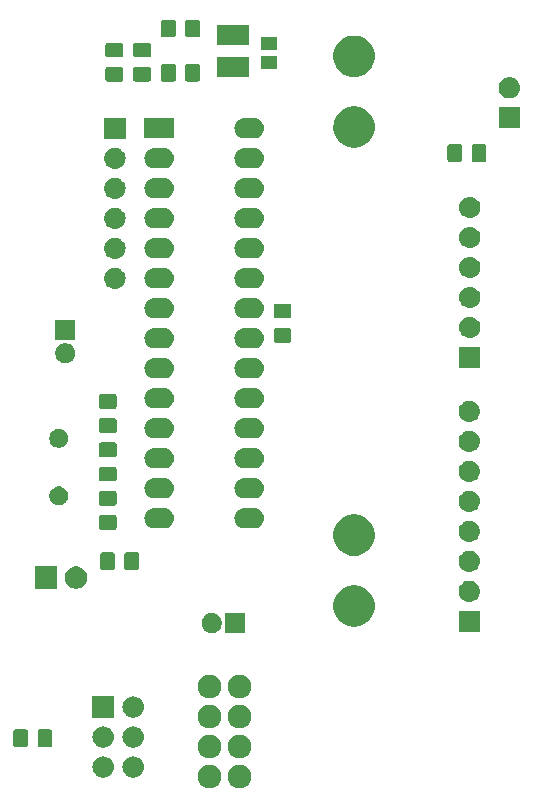
<source format=gbr>
G04 #@! TF.GenerationSoftware,KiCad,Pcbnew,5.0.1-33cea8e~68~ubuntu18.04.1*
G04 #@! TF.CreationDate,2018-11-21T16:18:05-05:00*
G04 #@! TF.ProjectId,samn,73616D6E2E6B696361645F7063620000,5*
G04 #@! TF.SameCoordinates,Original*
G04 #@! TF.FileFunction,Soldermask,Bot*
G04 #@! TF.FilePolarity,Negative*
%FSLAX46Y46*%
G04 Gerber Fmt 4.6, Leading zero omitted, Abs format (unit mm)*
G04 Created by KiCad (PCBNEW 5.0.1-33cea8e~68~ubuntu18.04.1) date Wed 21 Nov 2018 04:18:05 PM EST*
%MOMM*%
%LPD*%
G01*
G04 APERTURE LIST*
%ADD10C,0.100000*%
G04 APERTURE END LIST*
D10*
G36*
X41081981Y-84157468D02*
X41264150Y-84232925D01*
X41428103Y-84342475D01*
X41567525Y-84481897D01*
X41677075Y-84645850D01*
X41752532Y-84828019D01*
X41791000Y-85021410D01*
X41791000Y-85218590D01*
X41752532Y-85411981D01*
X41677075Y-85594150D01*
X41567525Y-85758103D01*
X41428103Y-85897525D01*
X41264150Y-86007075D01*
X41081981Y-86082532D01*
X40888590Y-86121000D01*
X40691410Y-86121000D01*
X40498019Y-86082532D01*
X40315850Y-86007075D01*
X40151897Y-85897525D01*
X40012475Y-85758103D01*
X39902925Y-85594150D01*
X39827468Y-85411981D01*
X39789000Y-85218590D01*
X39789000Y-85021410D01*
X39827468Y-84828019D01*
X39902925Y-84645850D01*
X40012475Y-84481897D01*
X40151897Y-84342475D01*
X40315850Y-84232925D01*
X40498019Y-84157468D01*
X40691410Y-84119000D01*
X40888590Y-84119000D01*
X41081981Y-84157468D01*
X41081981Y-84157468D01*
G37*
G36*
X38541981Y-84157468D02*
X38724150Y-84232925D01*
X38888103Y-84342475D01*
X39027525Y-84481897D01*
X39137075Y-84645850D01*
X39212532Y-84828019D01*
X39251000Y-85021410D01*
X39251000Y-85218590D01*
X39212532Y-85411981D01*
X39137075Y-85594150D01*
X39027525Y-85758103D01*
X38888103Y-85897525D01*
X38724150Y-86007075D01*
X38541981Y-86082532D01*
X38348590Y-86121000D01*
X38151410Y-86121000D01*
X37958019Y-86082532D01*
X37775850Y-86007075D01*
X37611897Y-85897525D01*
X37472475Y-85758103D01*
X37362925Y-85594150D01*
X37287468Y-85411981D01*
X37249000Y-85218590D01*
X37249000Y-85021410D01*
X37287468Y-84828019D01*
X37362925Y-84645850D01*
X37472475Y-84481897D01*
X37611897Y-84342475D01*
X37775850Y-84232925D01*
X37958019Y-84157468D01*
X38151410Y-84119000D01*
X38348590Y-84119000D01*
X38541981Y-84157468D01*
X38541981Y-84157468D01*
G37*
G36*
X29360443Y-83435519D02*
X29426627Y-83442037D01*
X29509163Y-83467074D01*
X29596467Y-83493557D01*
X29688091Y-83542532D01*
X29752991Y-83577222D01*
X29757594Y-83581000D01*
X29890186Y-83689814D01*
X29973448Y-83791271D01*
X30002778Y-83827009D01*
X30002779Y-83827011D01*
X30086443Y-83983533D01*
X30086443Y-83983534D01*
X30137963Y-84153373D01*
X30155359Y-84330000D01*
X30137963Y-84506627D01*
X30103616Y-84619853D01*
X30086443Y-84676467D01*
X30012348Y-84815087D01*
X30002778Y-84832991D01*
X29973448Y-84868729D01*
X29890186Y-84970186D01*
X29827768Y-85021410D01*
X29752991Y-85082778D01*
X29752989Y-85082779D01*
X29596467Y-85166443D01*
X29539853Y-85183616D01*
X29426627Y-85217963D01*
X29360443Y-85224481D01*
X29294260Y-85231000D01*
X29205740Y-85231000D01*
X29139557Y-85224481D01*
X29073373Y-85217963D01*
X28960147Y-85183616D01*
X28903533Y-85166443D01*
X28747011Y-85082779D01*
X28747009Y-85082778D01*
X28672232Y-85021410D01*
X28609814Y-84970186D01*
X28526552Y-84868729D01*
X28497222Y-84832991D01*
X28487652Y-84815087D01*
X28413557Y-84676467D01*
X28396384Y-84619853D01*
X28362037Y-84506627D01*
X28344641Y-84330000D01*
X28362037Y-84153373D01*
X28413557Y-83983534D01*
X28413557Y-83983533D01*
X28497221Y-83827011D01*
X28497222Y-83827009D01*
X28526552Y-83791271D01*
X28609814Y-83689814D01*
X28742406Y-83581000D01*
X28747009Y-83577222D01*
X28811909Y-83542532D01*
X28903533Y-83493557D01*
X28990837Y-83467074D01*
X29073373Y-83442037D01*
X29139557Y-83435519D01*
X29205740Y-83429000D01*
X29294260Y-83429000D01*
X29360443Y-83435519D01*
X29360443Y-83435519D01*
G37*
G36*
X31900443Y-83435519D02*
X31966627Y-83442037D01*
X32049163Y-83467074D01*
X32136467Y-83493557D01*
X32228091Y-83542532D01*
X32292991Y-83577222D01*
X32297594Y-83581000D01*
X32430186Y-83689814D01*
X32513448Y-83791271D01*
X32542778Y-83827009D01*
X32542779Y-83827011D01*
X32626443Y-83983533D01*
X32626443Y-83983534D01*
X32677963Y-84153373D01*
X32695359Y-84330000D01*
X32677963Y-84506627D01*
X32643616Y-84619853D01*
X32626443Y-84676467D01*
X32552348Y-84815087D01*
X32542778Y-84832991D01*
X32513448Y-84868729D01*
X32430186Y-84970186D01*
X32367768Y-85021410D01*
X32292991Y-85082778D01*
X32292989Y-85082779D01*
X32136467Y-85166443D01*
X32079853Y-85183616D01*
X31966627Y-85217963D01*
X31900443Y-85224481D01*
X31834260Y-85231000D01*
X31745740Y-85231000D01*
X31679557Y-85224481D01*
X31613373Y-85217963D01*
X31500147Y-85183616D01*
X31443533Y-85166443D01*
X31287011Y-85082779D01*
X31287009Y-85082778D01*
X31212232Y-85021410D01*
X31149814Y-84970186D01*
X31066552Y-84868729D01*
X31037222Y-84832991D01*
X31027652Y-84815087D01*
X30953557Y-84676467D01*
X30936384Y-84619853D01*
X30902037Y-84506627D01*
X30884641Y-84330000D01*
X30902037Y-84153373D01*
X30953557Y-83983534D01*
X30953557Y-83983533D01*
X31037221Y-83827011D01*
X31037222Y-83827009D01*
X31066552Y-83791271D01*
X31149814Y-83689814D01*
X31282406Y-83581000D01*
X31287009Y-83577222D01*
X31351909Y-83542532D01*
X31443533Y-83493557D01*
X31530837Y-83467074D01*
X31613373Y-83442037D01*
X31679557Y-83435519D01*
X31745740Y-83429000D01*
X31834260Y-83429000D01*
X31900443Y-83435519D01*
X31900443Y-83435519D01*
G37*
G36*
X41081981Y-81617468D02*
X41264150Y-81692925D01*
X41428103Y-81802475D01*
X41567525Y-81941897D01*
X41677075Y-82105850D01*
X41752532Y-82288019D01*
X41791000Y-82481410D01*
X41791000Y-82678590D01*
X41752532Y-82871981D01*
X41677075Y-83054150D01*
X41567525Y-83218103D01*
X41428103Y-83357525D01*
X41264150Y-83467075D01*
X41081981Y-83542532D01*
X40888590Y-83581000D01*
X40691410Y-83581000D01*
X40498019Y-83542532D01*
X40315850Y-83467075D01*
X40151897Y-83357525D01*
X40012475Y-83218103D01*
X39902925Y-83054150D01*
X39827468Y-82871981D01*
X39789000Y-82678590D01*
X39789000Y-82481410D01*
X39827468Y-82288019D01*
X39902925Y-82105850D01*
X40012475Y-81941897D01*
X40151897Y-81802475D01*
X40315850Y-81692925D01*
X40498019Y-81617468D01*
X40691410Y-81579000D01*
X40888590Y-81579000D01*
X41081981Y-81617468D01*
X41081981Y-81617468D01*
G37*
G36*
X38541981Y-81617468D02*
X38724150Y-81692925D01*
X38888103Y-81802475D01*
X39027525Y-81941897D01*
X39137075Y-82105850D01*
X39212532Y-82288019D01*
X39251000Y-82481410D01*
X39251000Y-82678590D01*
X39212532Y-82871981D01*
X39137075Y-83054150D01*
X39027525Y-83218103D01*
X38888103Y-83357525D01*
X38724150Y-83467075D01*
X38541981Y-83542532D01*
X38348590Y-83581000D01*
X38151410Y-83581000D01*
X37958019Y-83542532D01*
X37775850Y-83467075D01*
X37611897Y-83357525D01*
X37472475Y-83218103D01*
X37362925Y-83054150D01*
X37287468Y-82871981D01*
X37249000Y-82678590D01*
X37249000Y-82481410D01*
X37287468Y-82288019D01*
X37362925Y-82105850D01*
X37472475Y-81941897D01*
X37611897Y-81802475D01*
X37775850Y-81692925D01*
X37958019Y-81617468D01*
X38151410Y-81579000D01*
X38348590Y-81579000D01*
X38541981Y-81617468D01*
X38541981Y-81617468D01*
G37*
G36*
X29360442Y-80895518D02*
X29426627Y-80902037D01*
X29509163Y-80927074D01*
X29596467Y-80953557D01*
X29688091Y-81002532D01*
X29752991Y-81037222D01*
X29757594Y-81041000D01*
X29890186Y-81149814D01*
X29963293Y-81238897D01*
X30002778Y-81287009D01*
X30002779Y-81287011D01*
X30086443Y-81443533D01*
X30086443Y-81443534D01*
X30137963Y-81613373D01*
X30155359Y-81790000D01*
X30137963Y-81966627D01*
X30103616Y-82079853D01*
X30086443Y-82136467D01*
X30012348Y-82275087D01*
X30002778Y-82292991D01*
X29973448Y-82328729D01*
X29890186Y-82430186D01*
X29818913Y-82488677D01*
X29752991Y-82542778D01*
X29752989Y-82542779D01*
X29596467Y-82626443D01*
X29539853Y-82643616D01*
X29426627Y-82677963D01*
X29360443Y-82684481D01*
X29294260Y-82691000D01*
X29205740Y-82691000D01*
X29139557Y-82684481D01*
X29073373Y-82677963D01*
X28960147Y-82643616D01*
X28903533Y-82626443D01*
X28747011Y-82542779D01*
X28747009Y-82542778D01*
X28681087Y-82488677D01*
X28609814Y-82430186D01*
X28526552Y-82328729D01*
X28497222Y-82292991D01*
X28487652Y-82275087D01*
X28413557Y-82136467D01*
X28396384Y-82079853D01*
X28362037Y-81966627D01*
X28344641Y-81790000D01*
X28362037Y-81613373D01*
X28413557Y-81443534D01*
X28413557Y-81443533D01*
X28497221Y-81287011D01*
X28497222Y-81287009D01*
X28536707Y-81238897D01*
X28609814Y-81149814D01*
X28742406Y-81041000D01*
X28747009Y-81037222D01*
X28811909Y-81002532D01*
X28903533Y-80953557D01*
X28990837Y-80927074D01*
X29073373Y-80902037D01*
X29139558Y-80895518D01*
X29205740Y-80889000D01*
X29294260Y-80889000D01*
X29360442Y-80895518D01*
X29360442Y-80895518D01*
G37*
G36*
X31900442Y-80895518D02*
X31966627Y-80902037D01*
X32049163Y-80927074D01*
X32136467Y-80953557D01*
X32228091Y-81002532D01*
X32292991Y-81037222D01*
X32297594Y-81041000D01*
X32430186Y-81149814D01*
X32503293Y-81238897D01*
X32542778Y-81287009D01*
X32542779Y-81287011D01*
X32626443Y-81443533D01*
X32626443Y-81443534D01*
X32677963Y-81613373D01*
X32695359Y-81790000D01*
X32677963Y-81966627D01*
X32643616Y-82079853D01*
X32626443Y-82136467D01*
X32552348Y-82275087D01*
X32542778Y-82292991D01*
X32513448Y-82328729D01*
X32430186Y-82430186D01*
X32358913Y-82488677D01*
X32292991Y-82542778D01*
X32292989Y-82542779D01*
X32136467Y-82626443D01*
X32079853Y-82643616D01*
X31966627Y-82677963D01*
X31900443Y-82684481D01*
X31834260Y-82691000D01*
X31745740Y-82691000D01*
X31679557Y-82684481D01*
X31613373Y-82677963D01*
X31500147Y-82643616D01*
X31443533Y-82626443D01*
X31287011Y-82542779D01*
X31287009Y-82542778D01*
X31221087Y-82488677D01*
X31149814Y-82430186D01*
X31066552Y-82328729D01*
X31037222Y-82292991D01*
X31027652Y-82275087D01*
X30953557Y-82136467D01*
X30936384Y-82079853D01*
X30902037Y-81966627D01*
X30884641Y-81790000D01*
X30902037Y-81613373D01*
X30953557Y-81443534D01*
X30953557Y-81443533D01*
X31037221Y-81287011D01*
X31037222Y-81287009D01*
X31076707Y-81238897D01*
X31149814Y-81149814D01*
X31282406Y-81041000D01*
X31287009Y-81037222D01*
X31351909Y-81002532D01*
X31443533Y-80953557D01*
X31530837Y-80927074D01*
X31613373Y-80902037D01*
X31679558Y-80895518D01*
X31745740Y-80889000D01*
X31834260Y-80889000D01*
X31900442Y-80895518D01*
X31900442Y-80895518D01*
G37*
G36*
X24788677Y-81153465D02*
X24826364Y-81164898D01*
X24861103Y-81183466D01*
X24891548Y-81208452D01*
X24916534Y-81238897D01*
X24935102Y-81273636D01*
X24946535Y-81311323D01*
X24951000Y-81356661D01*
X24951000Y-82443339D01*
X24946535Y-82488677D01*
X24935102Y-82526364D01*
X24916534Y-82561103D01*
X24891548Y-82591548D01*
X24861103Y-82616534D01*
X24826364Y-82635102D01*
X24788677Y-82646535D01*
X24743339Y-82651000D01*
X23906661Y-82651000D01*
X23861323Y-82646535D01*
X23823636Y-82635102D01*
X23788897Y-82616534D01*
X23758452Y-82591548D01*
X23733466Y-82561103D01*
X23714898Y-82526364D01*
X23703465Y-82488677D01*
X23699000Y-82443339D01*
X23699000Y-81356661D01*
X23703465Y-81311323D01*
X23714898Y-81273636D01*
X23733466Y-81238897D01*
X23758452Y-81208452D01*
X23788897Y-81183466D01*
X23823636Y-81164898D01*
X23861323Y-81153465D01*
X23906661Y-81149000D01*
X24743339Y-81149000D01*
X24788677Y-81153465D01*
X24788677Y-81153465D01*
G37*
G36*
X22738677Y-81153465D02*
X22776364Y-81164898D01*
X22811103Y-81183466D01*
X22841548Y-81208452D01*
X22866534Y-81238897D01*
X22885102Y-81273636D01*
X22896535Y-81311323D01*
X22901000Y-81356661D01*
X22901000Y-82443339D01*
X22896535Y-82488677D01*
X22885102Y-82526364D01*
X22866534Y-82561103D01*
X22841548Y-82591548D01*
X22811103Y-82616534D01*
X22776364Y-82635102D01*
X22738677Y-82646535D01*
X22693339Y-82651000D01*
X21856661Y-82651000D01*
X21811323Y-82646535D01*
X21773636Y-82635102D01*
X21738897Y-82616534D01*
X21708452Y-82591548D01*
X21683466Y-82561103D01*
X21664898Y-82526364D01*
X21653465Y-82488677D01*
X21649000Y-82443339D01*
X21649000Y-81356661D01*
X21653465Y-81311323D01*
X21664898Y-81273636D01*
X21683466Y-81238897D01*
X21708452Y-81208452D01*
X21738897Y-81183466D01*
X21773636Y-81164898D01*
X21811323Y-81153465D01*
X21856661Y-81149000D01*
X22693339Y-81149000D01*
X22738677Y-81153465D01*
X22738677Y-81153465D01*
G37*
G36*
X38541981Y-79077468D02*
X38724150Y-79152925D01*
X38888103Y-79262475D01*
X39027525Y-79401897D01*
X39137075Y-79565850D01*
X39212532Y-79748019D01*
X39251000Y-79941410D01*
X39251000Y-80138590D01*
X39212532Y-80331981D01*
X39137075Y-80514150D01*
X39027525Y-80678103D01*
X38888103Y-80817525D01*
X38724150Y-80927075D01*
X38541981Y-81002532D01*
X38348590Y-81041000D01*
X38151410Y-81041000D01*
X37958019Y-81002532D01*
X37775850Y-80927075D01*
X37611897Y-80817525D01*
X37472475Y-80678103D01*
X37362925Y-80514150D01*
X37287468Y-80331981D01*
X37249000Y-80138590D01*
X37249000Y-79941410D01*
X37287468Y-79748019D01*
X37362925Y-79565850D01*
X37472475Y-79401897D01*
X37611897Y-79262475D01*
X37775850Y-79152925D01*
X37958019Y-79077468D01*
X38151410Y-79039000D01*
X38348590Y-79039000D01*
X38541981Y-79077468D01*
X38541981Y-79077468D01*
G37*
G36*
X41081981Y-79077468D02*
X41264150Y-79152925D01*
X41428103Y-79262475D01*
X41567525Y-79401897D01*
X41677075Y-79565850D01*
X41752532Y-79748019D01*
X41791000Y-79941410D01*
X41791000Y-80138590D01*
X41752532Y-80331981D01*
X41677075Y-80514150D01*
X41567525Y-80678103D01*
X41428103Y-80817525D01*
X41264150Y-80927075D01*
X41081981Y-81002532D01*
X40888590Y-81041000D01*
X40691410Y-81041000D01*
X40498019Y-81002532D01*
X40315850Y-80927075D01*
X40151897Y-80817525D01*
X40012475Y-80678103D01*
X39902925Y-80514150D01*
X39827468Y-80331981D01*
X39789000Y-80138590D01*
X39789000Y-79941410D01*
X39827468Y-79748019D01*
X39902925Y-79565850D01*
X40012475Y-79401897D01*
X40151897Y-79262475D01*
X40315850Y-79152925D01*
X40498019Y-79077468D01*
X40691410Y-79039000D01*
X40888590Y-79039000D01*
X41081981Y-79077468D01*
X41081981Y-79077468D01*
G37*
G36*
X31900443Y-78355519D02*
X31966627Y-78362037D01*
X32049163Y-78387074D01*
X32136467Y-78413557D01*
X32228091Y-78462532D01*
X32292991Y-78497222D01*
X32297594Y-78501000D01*
X32430186Y-78609814D01*
X32513448Y-78711271D01*
X32542778Y-78747009D01*
X32542779Y-78747011D01*
X32626443Y-78903533D01*
X32626443Y-78903534D01*
X32677963Y-79073373D01*
X32695359Y-79250000D01*
X32677963Y-79426627D01*
X32643616Y-79539853D01*
X32626443Y-79596467D01*
X32552348Y-79735087D01*
X32542778Y-79752991D01*
X32513448Y-79788729D01*
X32430186Y-79890186D01*
X32367768Y-79941410D01*
X32292991Y-80002778D01*
X32292989Y-80002779D01*
X32136467Y-80086443D01*
X32079853Y-80103616D01*
X31966627Y-80137963D01*
X31900443Y-80144481D01*
X31834260Y-80151000D01*
X31745740Y-80151000D01*
X31679557Y-80144481D01*
X31613373Y-80137963D01*
X31500147Y-80103616D01*
X31443533Y-80086443D01*
X31287011Y-80002779D01*
X31287009Y-80002778D01*
X31212232Y-79941410D01*
X31149814Y-79890186D01*
X31066552Y-79788729D01*
X31037222Y-79752991D01*
X31027652Y-79735087D01*
X30953557Y-79596467D01*
X30936384Y-79539853D01*
X30902037Y-79426627D01*
X30884641Y-79250000D01*
X30902037Y-79073373D01*
X30953557Y-78903534D01*
X30953557Y-78903533D01*
X31037221Y-78747011D01*
X31037222Y-78747009D01*
X31066552Y-78711271D01*
X31149814Y-78609814D01*
X31282406Y-78501000D01*
X31287009Y-78497222D01*
X31351909Y-78462532D01*
X31443533Y-78413557D01*
X31530837Y-78387074D01*
X31613373Y-78362037D01*
X31679557Y-78355519D01*
X31745740Y-78349000D01*
X31834260Y-78349000D01*
X31900443Y-78355519D01*
X31900443Y-78355519D01*
G37*
G36*
X30151000Y-80151000D02*
X28349000Y-80151000D01*
X28349000Y-78349000D01*
X30151000Y-78349000D01*
X30151000Y-80151000D01*
X30151000Y-80151000D01*
G37*
G36*
X38541981Y-76537468D02*
X38724150Y-76612925D01*
X38888103Y-76722475D01*
X39027525Y-76861897D01*
X39137075Y-77025850D01*
X39212532Y-77208019D01*
X39251000Y-77401410D01*
X39251000Y-77598590D01*
X39212532Y-77791981D01*
X39137075Y-77974150D01*
X39027525Y-78138103D01*
X38888103Y-78277525D01*
X38724150Y-78387075D01*
X38541981Y-78462532D01*
X38348590Y-78501000D01*
X38151410Y-78501000D01*
X37958019Y-78462532D01*
X37775850Y-78387075D01*
X37611897Y-78277525D01*
X37472475Y-78138103D01*
X37362925Y-77974150D01*
X37287468Y-77791981D01*
X37249000Y-77598590D01*
X37249000Y-77401410D01*
X37287468Y-77208019D01*
X37362925Y-77025850D01*
X37472475Y-76861897D01*
X37611897Y-76722475D01*
X37775850Y-76612925D01*
X37958019Y-76537468D01*
X38151410Y-76499000D01*
X38348590Y-76499000D01*
X38541981Y-76537468D01*
X38541981Y-76537468D01*
G37*
G36*
X41081981Y-76537468D02*
X41264150Y-76612925D01*
X41428103Y-76722475D01*
X41567525Y-76861897D01*
X41677075Y-77025850D01*
X41752532Y-77208019D01*
X41791000Y-77401410D01*
X41791000Y-77598590D01*
X41752532Y-77791981D01*
X41677075Y-77974150D01*
X41567525Y-78138103D01*
X41428103Y-78277525D01*
X41264150Y-78387075D01*
X41081981Y-78462532D01*
X40888590Y-78501000D01*
X40691410Y-78501000D01*
X40498019Y-78462532D01*
X40315850Y-78387075D01*
X40151897Y-78277525D01*
X40012475Y-78138103D01*
X39902925Y-77974150D01*
X39827468Y-77791981D01*
X39789000Y-77598590D01*
X39789000Y-77401410D01*
X39827468Y-77208019D01*
X39902925Y-77025850D01*
X40012475Y-76861897D01*
X40151897Y-76722475D01*
X40315850Y-76612925D01*
X40498019Y-76537468D01*
X40691410Y-76499000D01*
X40888590Y-76499000D01*
X41081981Y-76537468D01*
X41081981Y-76537468D01*
G37*
G36*
X41301000Y-73001000D02*
X39599000Y-73001000D01*
X39599000Y-71299000D01*
X41301000Y-71299000D01*
X41301000Y-73001000D01*
X41301000Y-73001000D01*
G37*
G36*
X38698228Y-71331703D02*
X38853100Y-71395853D01*
X38992481Y-71488985D01*
X39111015Y-71607519D01*
X39204147Y-71746900D01*
X39268297Y-71901772D01*
X39301000Y-72066184D01*
X39301000Y-72233816D01*
X39268297Y-72398228D01*
X39204147Y-72553100D01*
X39111015Y-72692481D01*
X38992481Y-72811015D01*
X38853100Y-72904147D01*
X38698228Y-72968297D01*
X38533816Y-73001000D01*
X38366184Y-73001000D01*
X38201772Y-72968297D01*
X38046900Y-72904147D01*
X37907519Y-72811015D01*
X37788985Y-72692481D01*
X37695853Y-72553100D01*
X37631703Y-72398228D01*
X37599000Y-72233816D01*
X37599000Y-72066184D01*
X37631703Y-71901772D01*
X37695853Y-71746900D01*
X37788985Y-71607519D01*
X37907519Y-71488985D01*
X38046900Y-71395853D01*
X38201772Y-71331703D01*
X38366184Y-71299000D01*
X38533816Y-71299000D01*
X38698228Y-71331703D01*
X38698228Y-71331703D01*
G37*
G36*
X61151000Y-72901000D02*
X59349000Y-72901000D01*
X59349000Y-71099000D01*
X61151000Y-71099000D01*
X61151000Y-72901000D01*
X61151000Y-72901000D01*
G37*
G36*
X50807774Y-68975916D02*
X51010748Y-69016290D01*
X51329409Y-69148284D01*
X51612329Y-69337326D01*
X51616200Y-69339912D01*
X51860088Y-69583800D01*
X51860090Y-69583803D01*
X52051716Y-69870591D01*
X52183710Y-70189252D01*
X52251000Y-70527542D01*
X52251000Y-70872458D01*
X52183710Y-71210748D01*
X52051716Y-71529409D01*
X52051715Y-71529410D01*
X51860088Y-71816200D01*
X51616200Y-72060088D01*
X51616197Y-72060090D01*
X51329409Y-72251716D01*
X51010748Y-72383710D01*
X50807774Y-72424084D01*
X50672460Y-72451000D01*
X50327540Y-72451000D01*
X50192226Y-72424084D01*
X49989252Y-72383710D01*
X49670591Y-72251716D01*
X49383803Y-72060090D01*
X49383800Y-72060088D01*
X49139912Y-71816200D01*
X48948285Y-71529410D01*
X48948284Y-71529409D01*
X48816290Y-71210748D01*
X48749000Y-70872458D01*
X48749000Y-70527542D01*
X48816290Y-70189252D01*
X48948284Y-69870591D01*
X49139910Y-69583803D01*
X49139912Y-69583800D01*
X49383800Y-69339912D01*
X49387671Y-69337326D01*
X49670591Y-69148284D01*
X49989252Y-69016290D01*
X50192226Y-68975916D01*
X50327540Y-68949000D01*
X50672460Y-68949000D01*
X50807774Y-68975916D01*
X50807774Y-68975916D01*
G37*
G36*
X60360442Y-68565518D02*
X60426627Y-68572037D01*
X60539853Y-68606384D01*
X60596467Y-68623557D01*
X60735087Y-68697652D01*
X60752991Y-68707222D01*
X60788729Y-68736552D01*
X60890186Y-68819814D01*
X60973448Y-68921271D01*
X61002778Y-68957009D01*
X61002779Y-68957011D01*
X61086443Y-69113533D01*
X61096984Y-69148284D01*
X61137963Y-69283373D01*
X61155359Y-69460000D01*
X61137963Y-69636627D01*
X61103616Y-69749853D01*
X61086443Y-69806467D01*
X61052168Y-69870590D01*
X61002778Y-69962991D01*
X60973448Y-69998729D01*
X60890186Y-70100186D01*
X60788729Y-70183448D01*
X60752991Y-70212778D01*
X60752989Y-70212779D01*
X60596467Y-70296443D01*
X60539853Y-70313616D01*
X60426627Y-70347963D01*
X60360443Y-70354481D01*
X60294260Y-70361000D01*
X60205740Y-70361000D01*
X60139557Y-70354481D01*
X60073373Y-70347963D01*
X59960147Y-70313616D01*
X59903533Y-70296443D01*
X59747011Y-70212779D01*
X59747009Y-70212778D01*
X59711271Y-70183448D01*
X59609814Y-70100186D01*
X59526552Y-69998729D01*
X59497222Y-69962991D01*
X59447832Y-69870590D01*
X59413557Y-69806467D01*
X59396384Y-69749853D01*
X59362037Y-69636627D01*
X59344641Y-69460000D01*
X59362037Y-69283373D01*
X59403016Y-69148284D01*
X59413557Y-69113533D01*
X59497221Y-68957011D01*
X59497222Y-68957009D01*
X59526552Y-68921271D01*
X59609814Y-68819814D01*
X59711271Y-68736552D01*
X59747009Y-68707222D01*
X59764913Y-68697652D01*
X59903533Y-68623557D01*
X59960147Y-68606384D01*
X60073373Y-68572037D01*
X60139558Y-68565518D01*
X60205740Y-68559000D01*
X60294260Y-68559000D01*
X60360442Y-68565518D01*
X60360442Y-68565518D01*
G37*
G36*
X27217396Y-67385546D02*
X27390466Y-67457234D01*
X27546230Y-67561312D01*
X27678688Y-67693770D01*
X27782766Y-67849534D01*
X27854454Y-68022604D01*
X27891000Y-68206333D01*
X27891000Y-68393667D01*
X27854454Y-68577396D01*
X27782766Y-68750466D01*
X27678688Y-68906230D01*
X27546230Y-69038688D01*
X27390466Y-69142766D01*
X27217396Y-69214454D01*
X27033667Y-69251000D01*
X26846333Y-69251000D01*
X26662604Y-69214454D01*
X26489534Y-69142766D01*
X26333770Y-69038688D01*
X26201312Y-68906230D01*
X26097234Y-68750466D01*
X26025546Y-68577396D01*
X25989000Y-68393667D01*
X25989000Y-68206333D01*
X26025546Y-68022604D01*
X26097234Y-67849534D01*
X26201312Y-67693770D01*
X26333770Y-67561312D01*
X26489534Y-67457234D01*
X26662604Y-67385546D01*
X26846333Y-67349000D01*
X27033667Y-67349000D01*
X27217396Y-67385546D01*
X27217396Y-67385546D01*
G37*
G36*
X25351000Y-69251000D02*
X23449000Y-69251000D01*
X23449000Y-67349000D01*
X25351000Y-67349000D01*
X25351000Y-69251000D01*
X25351000Y-69251000D01*
G37*
G36*
X60360443Y-66025519D02*
X60426627Y-66032037D01*
X60539853Y-66066384D01*
X60596467Y-66083557D01*
X60718900Y-66149000D01*
X60752991Y-66167222D01*
X60756032Y-66169718D01*
X60890186Y-66279814D01*
X60962619Y-66368075D01*
X61002778Y-66417009D01*
X61002779Y-66417011D01*
X61086443Y-66573533D01*
X61086443Y-66573534D01*
X61137963Y-66743373D01*
X61155359Y-66920000D01*
X61137963Y-67096627D01*
X61103616Y-67209853D01*
X61086443Y-67266467D01*
X61026384Y-67378827D01*
X61002778Y-67422991D01*
X60974675Y-67457234D01*
X60890186Y-67560186D01*
X60798899Y-67635102D01*
X60752991Y-67672778D01*
X60752989Y-67672779D01*
X60596467Y-67756443D01*
X60539853Y-67773616D01*
X60426627Y-67807963D01*
X60360442Y-67814482D01*
X60294260Y-67821000D01*
X60205740Y-67821000D01*
X60139558Y-67814482D01*
X60073373Y-67807963D01*
X59960147Y-67773616D01*
X59903533Y-67756443D01*
X59747011Y-67672779D01*
X59747009Y-67672778D01*
X59701101Y-67635102D01*
X59609814Y-67560186D01*
X59525325Y-67457234D01*
X59497222Y-67422991D01*
X59473616Y-67378827D01*
X59413557Y-67266467D01*
X59396384Y-67209853D01*
X59362037Y-67096627D01*
X59344641Y-66920000D01*
X59362037Y-66743373D01*
X59413557Y-66573534D01*
X59413557Y-66573533D01*
X59497221Y-66417011D01*
X59497222Y-66417009D01*
X59537381Y-66368075D01*
X59609814Y-66279814D01*
X59743968Y-66169718D01*
X59747009Y-66167222D01*
X59781100Y-66149000D01*
X59903533Y-66083557D01*
X59960147Y-66066384D01*
X60073373Y-66032037D01*
X60139557Y-66025519D01*
X60205740Y-66019000D01*
X60294260Y-66019000D01*
X60360443Y-66025519D01*
X60360443Y-66025519D01*
G37*
G36*
X30088677Y-66153465D02*
X30126364Y-66164898D01*
X30161103Y-66183466D01*
X30191548Y-66208452D01*
X30216534Y-66238897D01*
X30235102Y-66273636D01*
X30246535Y-66311323D01*
X30251000Y-66356661D01*
X30251000Y-67443339D01*
X30246535Y-67488677D01*
X30235102Y-67526364D01*
X30216534Y-67561103D01*
X30191548Y-67591548D01*
X30161103Y-67616534D01*
X30126364Y-67635102D01*
X30088677Y-67646535D01*
X30043339Y-67651000D01*
X29206661Y-67651000D01*
X29161323Y-67646535D01*
X29123636Y-67635102D01*
X29088897Y-67616534D01*
X29058452Y-67591548D01*
X29033466Y-67561103D01*
X29014898Y-67526364D01*
X29003465Y-67488677D01*
X28999000Y-67443339D01*
X28999000Y-66356661D01*
X29003465Y-66311323D01*
X29014898Y-66273636D01*
X29033466Y-66238897D01*
X29058452Y-66208452D01*
X29088897Y-66183466D01*
X29123636Y-66164898D01*
X29161323Y-66153465D01*
X29206661Y-66149000D01*
X30043339Y-66149000D01*
X30088677Y-66153465D01*
X30088677Y-66153465D01*
G37*
G36*
X32138677Y-66153465D02*
X32176364Y-66164898D01*
X32211103Y-66183466D01*
X32241548Y-66208452D01*
X32266534Y-66238897D01*
X32285102Y-66273636D01*
X32296535Y-66311323D01*
X32301000Y-66356661D01*
X32301000Y-67443339D01*
X32296535Y-67488677D01*
X32285102Y-67526364D01*
X32266534Y-67561103D01*
X32241548Y-67591548D01*
X32211103Y-67616534D01*
X32176364Y-67635102D01*
X32138677Y-67646535D01*
X32093339Y-67651000D01*
X31256661Y-67651000D01*
X31211323Y-67646535D01*
X31173636Y-67635102D01*
X31138897Y-67616534D01*
X31108452Y-67591548D01*
X31083466Y-67561103D01*
X31064898Y-67526364D01*
X31053465Y-67488677D01*
X31049000Y-67443339D01*
X31049000Y-66356661D01*
X31053465Y-66311323D01*
X31064898Y-66273636D01*
X31083466Y-66238897D01*
X31108452Y-66208452D01*
X31138897Y-66183466D01*
X31173636Y-66164898D01*
X31211323Y-66153465D01*
X31256661Y-66149000D01*
X32093339Y-66149000D01*
X32138677Y-66153465D01*
X32138677Y-66153465D01*
G37*
G36*
X50807774Y-62975916D02*
X51010748Y-63016290D01*
X51329409Y-63148284D01*
X51513325Y-63271173D01*
X51616200Y-63339912D01*
X51860088Y-63583800D01*
X51860090Y-63583803D01*
X52051716Y-63870591D01*
X52183710Y-64189252D01*
X52191871Y-64230282D01*
X52251000Y-64527540D01*
X52251000Y-64872460D01*
X52248905Y-64882991D01*
X52183710Y-65210748D01*
X52051716Y-65529409D01*
X52051715Y-65529410D01*
X51860088Y-65816200D01*
X51616200Y-66060088D01*
X51616197Y-66060090D01*
X51329409Y-66251716D01*
X51010748Y-66383710D01*
X50807774Y-66424084D01*
X50672460Y-66451000D01*
X50327540Y-66451000D01*
X50192226Y-66424084D01*
X49989252Y-66383710D01*
X49670591Y-66251716D01*
X49383803Y-66060090D01*
X49383800Y-66060088D01*
X49139912Y-65816200D01*
X48948285Y-65529410D01*
X48948284Y-65529409D01*
X48816290Y-65210748D01*
X48751095Y-64882991D01*
X48749000Y-64872460D01*
X48749000Y-64527540D01*
X48808129Y-64230282D01*
X48816290Y-64189252D01*
X48948284Y-63870591D01*
X49139910Y-63583803D01*
X49139912Y-63583800D01*
X49383800Y-63339912D01*
X49486675Y-63271173D01*
X49670591Y-63148284D01*
X49989252Y-63016290D01*
X50192226Y-62975916D01*
X50327540Y-62949000D01*
X50672460Y-62949000D01*
X50807774Y-62975916D01*
X50807774Y-62975916D01*
G37*
G36*
X60360442Y-63485518D02*
X60426627Y-63492037D01*
X60539853Y-63526384D01*
X60596467Y-63543557D01*
X60696897Y-63597239D01*
X60752991Y-63627222D01*
X60788729Y-63656552D01*
X60890186Y-63739814D01*
X60973448Y-63841271D01*
X61002778Y-63877009D01*
X61002779Y-63877011D01*
X61086443Y-64033533D01*
X61094478Y-64060023D01*
X61137963Y-64203373D01*
X61155359Y-64380000D01*
X61137963Y-64556627D01*
X61103616Y-64669853D01*
X61086443Y-64726467D01*
X61012348Y-64865087D01*
X61002778Y-64882991D01*
X60973448Y-64918729D01*
X60890186Y-65020186D01*
X60788729Y-65103448D01*
X60752991Y-65132778D01*
X60752989Y-65132779D01*
X60596467Y-65216443D01*
X60539853Y-65233616D01*
X60426627Y-65267963D01*
X60360442Y-65274482D01*
X60294260Y-65281000D01*
X60205740Y-65281000D01*
X60139558Y-65274482D01*
X60073373Y-65267963D01*
X59960147Y-65233616D01*
X59903533Y-65216443D01*
X59747011Y-65132779D01*
X59747009Y-65132778D01*
X59711271Y-65103448D01*
X59609814Y-65020186D01*
X59526552Y-64918729D01*
X59497222Y-64882991D01*
X59487652Y-64865087D01*
X59413557Y-64726467D01*
X59396384Y-64669853D01*
X59362037Y-64556627D01*
X59344641Y-64380000D01*
X59362037Y-64203373D01*
X59405522Y-64060023D01*
X59413557Y-64033533D01*
X59497221Y-63877011D01*
X59497222Y-63877009D01*
X59526552Y-63841271D01*
X59609814Y-63739814D01*
X59711271Y-63656552D01*
X59747009Y-63627222D01*
X59803103Y-63597239D01*
X59903533Y-63543557D01*
X59960147Y-63526384D01*
X60073373Y-63492037D01*
X60139558Y-63485518D01*
X60205740Y-63479000D01*
X60294260Y-63479000D01*
X60360442Y-63485518D01*
X60360442Y-63485518D01*
G37*
G36*
X30238677Y-63003465D02*
X30276364Y-63014898D01*
X30311103Y-63033466D01*
X30341548Y-63058452D01*
X30366534Y-63088897D01*
X30385102Y-63123636D01*
X30396535Y-63161323D01*
X30401000Y-63206661D01*
X30401000Y-64043339D01*
X30396535Y-64088677D01*
X30385102Y-64126364D01*
X30366534Y-64161103D01*
X30341548Y-64191548D01*
X30311103Y-64216534D01*
X30276364Y-64235102D01*
X30238677Y-64246535D01*
X30193339Y-64251000D01*
X29106661Y-64251000D01*
X29061323Y-64246535D01*
X29023636Y-64235102D01*
X28988897Y-64216534D01*
X28958452Y-64191548D01*
X28933466Y-64161103D01*
X28914898Y-64126364D01*
X28903465Y-64088677D01*
X28899000Y-64043339D01*
X28899000Y-63206661D01*
X28903465Y-63161323D01*
X28914898Y-63123636D01*
X28933466Y-63088897D01*
X28958452Y-63058452D01*
X28988897Y-63033466D01*
X29023636Y-63014898D01*
X29061323Y-63003465D01*
X29106661Y-62999000D01*
X30193339Y-62999000D01*
X30238677Y-63003465D01*
X30238677Y-63003465D01*
G37*
G36*
X42186821Y-62431313D02*
X42186824Y-62431314D01*
X42186825Y-62431314D01*
X42347239Y-62479975D01*
X42347241Y-62479976D01*
X42347244Y-62479977D01*
X42495078Y-62558995D01*
X42624659Y-62665341D01*
X42731005Y-62794922D01*
X42810023Y-62942756D01*
X42810024Y-62942759D01*
X42810025Y-62942761D01*
X42837540Y-63033466D01*
X42858687Y-63103179D01*
X42875117Y-63270000D01*
X42858687Y-63436821D01*
X42858686Y-63436824D01*
X42858686Y-63436825D01*
X42814101Y-63583803D01*
X42810023Y-63597244D01*
X42731005Y-63745078D01*
X42624659Y-63874659D01*
X42495078Y-63981005D01*
X42347244Y-64060023D01*
X42347241Y-64060024D01*
X42347239Y-64060025D01*
X42186825Y-64108686D01*
X42186824Y-64108686D01*
X42186821Y-64108687D01*
X42061804Y-64121000D01*
X41178196Y-64121000D01*
X41053179Y-64108687D01*
X41053176Y-64108686D01*
X41053175Y-64108686D01*
X40892761Y-64060025D01*
X40892759Y-64060024D01*
X40892756Y-64060023D01*
X40744922Y-63981005D01*
X40615341Y-63874659D01*
X40508995Y-63745078D01*
X40429977Y-63597244D01*
X40425900Y-63583803D01*
X40381314Y-63436825D01*
X40381314Y-63436824D01*
X40381313Y-63436821D01*
X40364883Y-63270000D01*
X40381313Y-63103179D01*
X40402460Y-63033466D01*
X40429975Y-62942761D01*
X40429976Y-62942759D01*
X40429977Y-62942756D01*
X40508995Y-62794922D01*
X40615341Y-62665341D01*
X40744922Y-62558995D01*
X40892756Y-62479977D01*
X40892759Y-62479976D01*
X40892761Y-62479975D01*
X41053175Y-62431314D01*
X41053176Y-62431314D01*
X41053179Y-62431313D01*
X41178196Y-62419000D01*
X42061804Y-62419000D01*
X42186821Y-62431313D01*
X42186821Y-62431313D01*
G37*
G36*
X34566821Y-62431313D02*
X34566824Y-62431314D01*
X34566825Y-62431314D01*
X34727239Y-62479975D01*
X34727241Y-62479976D01*
X34727244Y-62479977D01*
X34875078Y-62558995D01*
X35004659Y-62665341D01*
X35111005Y-62794922D01*
X35190023Y-62942756D01*
X35190024Y-62942759D01*
X35190025Y-62942761D01*
X35217540Y-63033466D01*
X35238687Y-63103179D01*
X35255117Y-63270000D01*
X35238687Y-63436821D01*
X35238686Y-63436824D01*
X35238686Y-63436825D01*
X35194101Y-63583803D01*
X35190023Y-63597244D01*
X35111005Y-63745078D01*
X35004659Y-63874659D01*
X34875078Y-63981005D01*
X34727244Y-64060023D01*
X34727241Y-64060024D01*
X34727239Y-64060025D01*
X34566825Y-64108686D01*
X34566824Y-64108686D01*
X34566821Y-64108687D01*
X34441804Y-64121000D01*
X33558196Y-64121000D01*
X33433179Y-64108687D01*
X33433176Y-64108686D01*
X33433175Y-64108686D01*
X33272761Y-64060025D01*
X33272759Y-64060024D01*
X33272756Y-64060023D01*
X33124922Y-63981005D01*
X32995341Y-63874659D01*
X32888995Y-63745078D01*
X32809977Y-63597244D01*
X32805900Y-63583803D01*
X32761314Y-63436825D01*
X32761314Y-63436824D01*
X32761313Y-63436821D01*
X32744883Y-63270000D01*
X32761313Y-63103179D01*
X32782460Y-63033466D01*
X32809975Y-62942761D01*
X32809976Y-62942759D01*
X32809977Y-62942756D01*
X32888995Y-62794922D01*
X32995341Y-62665341D01*
X33124922Y-62558995D01*
X33272756Y-62479977D01*
X33272759Y-62479976D01*
X33272761Y-62479975D01*
X33433175Y-62431314D01*
X33433176Y-62431314D01*
X33433179Y-62431313D01*
X33558196Y-62419000D01*
X34441804Y-62419000D01*
X34566821Y-62431313D01*
X34566821Y-62431313D01*
G37*
G36*
X60360443Y-60945519D02*
X60426627Y-60952037D01*
X60530235Y-60983466D01*
X60596467Y-61003557D01*
X60696897Y-61057239D01*
X60752991Y-61087222D01*
X60782358Y-61111323D01*
X60890186Y-61199814D01*
X60973314Y-61301107D01*
X61002778Y-61337009D01*
X61002779Y-61337011D01*
X61086443Y-61493533D01*
X61086443Y-61493534D01*
X61137963Y-61663373D01*
X61155359Y-61840000D01*
X61137963Y-62016627D01*
X61115755Y-62089837D01*
X61086443Y-62186467D01*
X61012348Y-62325087D01*
X61002778Y-62342991D01*
X60973448Y-62378729D01*
X60890186Y-62480186D01*
X60794154Y-62558996D01*
X60752991Y-62592778D01*
X60752989Y-62592779D01*
X60596467Y-62676443D01*
X60539853Y-62693616D01*
X60426627Y-62727963D01*
X60360443Y-62734481D01*
X60294260Y-62741000D01*
X60205740Y-62741000D01*
X60139557Y-62734481D01*
X60073373Y-62727963D01*
X59960147Y-62693616D01*
X59903533Y-62676443D01*
X59747011Y-62592779D01*
X59747009Y-62592778D01*
X59705846Y-62558996D01*
X59609814Y-62480186D01*
X59526552Y-62378729D01*
X59497222Y-62342991D01*
X59487652Y-62325087D01*
X59413557Y-62186467D01*
X59384245Y-62089837D01*
X59362037Y-62016627D01*
X59344641Y-61840000D01*
X59362037Y-61663373D01*
X59413557Y-61493534D01*
X59413557Y-61493533D01*
X59497221Y-61337011D01*
X59497222Y-61337009D01*
X59526686Y-61301107D01*
X59609814Y-61199814D01*
X59717642Y-61111323D01*
X59747009Y-61087222D01*
X59803103Y-61057239D01*
X59903533Y-61003557D01*
X59969765Y-60983466D01*
X60073373Y-60952037D01*
X60139557Y-60945519D01*
X60205740Y-60939000D01*
X60294260Y-60939000D01*
X60360443Y-60945519D01*
X60360443Y-60945519D01*
G37*
G36*
X30238677Y-60953465D02*
X30276364Y-60964898D01*
X30311103Y-60983466D01*
X30341548Y-61008452D01*
X30366534Y-61038897D01*
X30385102Y-61073636D01*
X30396535Y-61111323D01*
X30401000Y-61156661D01*
X30401000Y-61993339D01*
X30396535Y-62038677D01*
X30385102Y-62076364D01*
X30366534Y-62111103D01*
X30341548Y-62141548D01*
X30311103Y-62166534D01*
X30276364Y-62185102D01*
X30238677Y-62196535D01*
X30193339Y-62201000D01*
X29106661Y-62201000D01*
X29061323Y-62196535D01*
X29023636Y-62185102D01*
X28988897Y-62166534D01*
X28958452Y-62141548D01*
X28933466Y-62111103D01*
X28914898Y-62076364D01*
X28903465Y-62038677D01*
X28899000Y-61993339D01*
X28899000Y-61156661D01*
X28903465Y-61111323D01*
X28914898Y-61073636D01*
X28933466Y-61038897D01*
X28958452Y-61008452D01*
X28988897Y-60983466D01*
X29023636Y-60964898D01*
X29061323Y-60953465D01*
X29106661Y-60949000D01*
X30193339Y-60949000D01*
X30238677Y-60953465D01*
X30238677Y-60953465D01*
G37*
G36*
X25733643Y-60609781D02*
X25879415Y-60670162D01*
X26010611Y-60757824D01*
X26122176Y-60869389D01*
X26209838Y-61000585D01*
X26270219Y-61146357D01*
X26301000Y-61301107D01*
X26301000Y-61458893D01*
X26270219Y-61613643D01*
X26209838Y-61759415D01*
X26122176Y-61890611D01*
X26010611Y-62002176D01*
X25879415Y-62089838D01*
X25733643Y-62150219D01*
X25578893Y-62181000D01*
X25421107Y-62181000D01*
X25266357Y-62150219D01*
X25120585Y-62089838D01*
X24989389Y-62002176D01*
X24877824Y-61890611D01*
X24790162Y-61759415D01*
X24729781Y-61613643D01*
X24699000Y-61458893D01*
X24699000Y-61301107D01*
X24729781Y-61146357D01*
X24790162Y-61000585D01*
X24877824Y-60869389D01*
X24989389Y-60757824D01*
X25120585Y-60670162D01*
X25266357Y-60609781D01*
X25421107Y-60579000D01*
X25578893Y-60579000D01*
X25733643Y-60609781D01*
X25733643Y-60609781D01*
G37*
G36*
X42186821Y-59891313D02*
X42186824Y-59891314D01*
X42186825Y-59891314D01*
X42347239Y-59939975D01*
X42347241Y-59939976D01*
X42347244Y-59939977D01*
X42495078Y-60018995D01*
X42624659Y-60125341D01*
X42731005Y-60254922D01*
X42810023Y-60402756D01*
X42858687Y-60563179D01*
X42875117Y-60730000D01*
X42858687Y-60896821D01*
X42858686Y-60896824D01*
X42858686Y-60896825D01*
X42818677Y-61028718D01*
X42810023Y-61057244D01*
X42731005Y-61205078D01*
X42624659Y-61334659D01*
X42495078Y-61441005D01*
X42347244Y-61520023D01*
X42347241Y-61520024D01*
X42347239Y-61520025D01*
X42186825Y-61568686D01*
X42186824Y-61568686D01*
X42186821Y-61568687D01*
X42061804Y-61581000D01*
X41178196Y-61581000D01*
X41053179Y-61568687D01*
X41053176Y-61568686D01*
X41053175Y-61568686D01*
X40892761Y-61520025D01*
X40892759Y-61520024D01*
X40892756Y-61520023D01*
X40744922Y-61441005D01*
X40615341Y-61334659D01*
X40508995Y-61205078D01*
X40429977Y-61057244D01*
X40421324Y-61028718D01*
X40381314Y-60896825D01*
X40381314Y-60896824D01*
X40381313Y-60896821D01*
X40364883Y-60730000D01*
X40381313Y-60563179D01*
X40429977Y-60402756D01*
X40508995Y-60254922D01*
X40615341Y-60125341D01*
X40744922Y-60018995D01*
X40892756Y-59939977D01*
X40892759Y-59939976D01*
X40892761Y-59939975D01*
X41053175Y-59891314D01*
X41053176Y-59891314D01*
X41053179Y-59891313D01*
X41178196Y-59879000D01*
X42061804Y-59879000D01*
X42186821Y-59891313D01*
X42186821Y-59891313D01*
G37*
G36*
X34566821Y-59891313D02*
X34566824Y-59891314D01*
X34566825Y-59891314D01*
X34727239Y-59939975D01*
X34727241Y-59939976D01*
X34727244Y-59939977D01*
X34875078Y-60018995D01*
X35004659Y-60125341D01*
X35111005Y-60254922D01*
X35190023Y-60402756D01*
X35238687Y-60563179D01*
X35255117Y-60730000D01*
X35238687Y-60896821D01*
X35238686Y-60896824D01*
X35238686Y-60896825D01*
X35198677Y-61028718D01*
X35190023Y-61057244D01*
X35111005Y-61205078D01*
X35004659Y-61334659D01*
X34875078Y-61441005D01*
X34727244Y-61520023D01*
X34727241Y-61520024D01*
X34727239Y-61520025D01*
X34566825Y-61568686D01*
X34566824Y-61568686D01*
X34566821Y-61568687D01*
X34441804Y-61581000D01*
X33558196Y-61581000D01*
X33433179Y-61568687D01*
X33433176Y-61568686D01*
X33433175Y-61568686D01*
X33272761Y-61520025D01*
X33272759Y-61520024D01*
X33272756Y-61520023D01*
X33124922Y-61441005D01*
X32995341Y-61334659D01*
X32888995Y-61205078D01*
X32809977Y-61057244D01*
X32801324Y-61028718D01*
X32761314Y-60896825D01*
X32761314Y-60896824D01*
X32761313Y-60896821D01*
X32744883Y-60730000D01*
X32761313Y-60563179D01*
X32809977Y-60402756D01*
X32888995Y-60254922D01*
X32995341Y-60125341D01*
X33124922Y-60018995D01*
X33272756Y-59939977D01*
X33272759Y-59939976D01*
X33272761Y-59939975D01*
X33433175Y-59891314D01*
X33433176Y-59891314D01*
X33433179Y-59891313D01*
X33558196Y-59879000D01*
X34441804Y-59879000D01*
X34566821Y-59891313D01*
X34566821Y-59891313D01*
G37*
G36*
X60360442Y-58405518D02*
X60426627Y-58412037D01*
X60539853Y-58446384D01*
X60596467Y-58463557D01*
X60696897Y-58517239D01*
X60752991Y-58547222D01*
X60788729Y-58576552D01*
X60890186Y-58659814D01*
X60973448Y-58761271D01*
X61002778Y-58797009D01*
X61002779Y-58797011D01*
X61086443Y-58953533D01*
X61094478Y-58980023D01*
X61137963Y-59123373D01*
X61155359Y-59300000D01*
X61137963Y-59476627D01*
X61103616Y-59589853D01*
X61086443Y-59646467D01*
X61012348Y-59785087D01*
X61002778Y-59802991D01*
X60973448Y-59838729D01*
X60890186Y-59940186D01*
X60794154Y-60018996D01*
X60752991Y-60052778D01*
X60752989Y-60052779D01*
X60596467Y-60136443D01*
X60565719Y-60145770D01*
X60426627Y-60187963D01*
X60360443Y-60194481D01*
X60294260Y-60201000D01*
X60205740Y-60201000D01*
X60139557Y-60194481D01*
X60073373Y-60187963D01*
X59934281Y-60145770D01*
X59903533Y-60136443D01*
X59747011Y-60052779D01*
X59747009Y-60052778D01*
X59705846Y-60018996D01*
X59609814Y-59940186D01*
X59526552Y-59838729D01*
X59497222Y-59802991D01*
X59487652Y-59785087D01*
X59413557Y-59646467D01*
X59396384Y-59589853D01*
X59362037Y-59476627D01*
X59344641Y-59300000D01*
X59362037Y-59123373D01*
X59405522Y-58980023D01*
X59413557Y-58953533D01*
X59497221Y-58797011D01*
X59497222Y-58797009D01*
X59526552Y-58761271D01*
X59609814Y-58659814D01*
X59711271Y-58576552D01*
X59747009Y-58547222D01*
X59803103Y-58517239D01*
X59903533Y-58463557D01*
X59960147Y-58446384D01*
X60073373Y-58412037D01*
X60139558Y-58405518D01*
X60205740Y-58399000D01*
X60294260Y-58399000D01*
X60360442Y-58405518D01*
X60360442Y-58405518D01*
G37*
G36*
X30238677Y-58903465D02*
X30276364Y-58914898D01*
X30311103Y-58933466D01*
X30341548Y-58958452D01*
X30366534Y-58988897D01*
X30385102Y-59023636D01*
X30396535Y-59061323D01*
X30401000Y-59106661D01*
X30401000Y-59943339D01*
X30396535Y-59988677D01*
X30385102Y-60026364D01*
X30366534Y-60061103D01*
X30341548Y-60091548D01*
X30311103Y-60116534D01*
X30276364Y-60135102D01*
X30238677Y-60146535D01*
X30193339Y-60151000D01*
X29106661Y-60151000D01*
X29061323Y-60146535D01*
X29023636Y-60135102D01*
X28988897Y-60116534D01*
X28958452Y-60091548D01*
X28933466Y-60061103D01*
X28914898Y-60026364D01*
X28903465Y-59988677D01*
X28899000Y-59943339D01*
X28899000Y-59106661D01*
X28903465Y-59061323D01*
X28914898Y-59023636D01*
X28933466Y-58988897D01*
X28958452Y-58958452D01*
X28988897Y-58933466D01*
X29023636Y-58914898D01*
X29061323Y-58903465D01*
X29106661Y-58899000D01*
X30193339Y-58899000D01*
X30238677Y-58903465D01*
X30238677Y-58903465D01*
G37*
G36*
X34566821Y-57351313D02*
X34566824Y-57351314D01*
X34566825Y-57351314D01*
X34727239Y-57399975D01*
X34727241Y-57399976D01*
X34727244Y-57399977D01*
X34875078Y-57478995D01*
X35004659Y-57585341D01*
X35111005Y-57714922D01*
X35190023Y-57862756D01*
X35190024Y-57862759D01*
X35190025Y-57862761D01*
X35235024Y-58011103D01*
X35238687Y-58023179D01*
X35255117Y-58190000D01*
X35238687Y-58356821D01*
X35238686Y-58356824D01*
X35238686Y-58356825D01*
X35221938Y-58412037D01*
X35190023Y-58517244D01*
X35111005Y-58665078D01*
X35004659Y-58794659D01*
X34875078Y-58901005D01*
X34727244Y-58980023D01*
X34727241Y-58980024D01*
X34727239Y-58980025D01*
X34566825Y-59028686D01*
X34566824Y-59028686D01*
X34566821Y-59028687D01*
X34441804Y-59041000D01*
X33558196Y-59041000D01*
X33433179Y-59028687D01*
X33433176Y-59028686D01*
X33433175Y-59028686D01*
X33272761Y-58980025D01*
X33272759Y-58980024D01*
X33272756Y-58980023D01*
X33124922Y-58901005D01*
X32995341Y-58794659D01*
X32888995Y-58665078D01*
X32809977Y-58517244D01*
X32778063Y-58412037D01*
X32761314Y-58356825D01*
X32761314Y-58356824D01*
X32761313Y-58356821D01*
X32744883Y-58190000D01*
X32761313Y-58023179D01*
X32764976Y-58011103D01*
X32809975Y-57862761D01*
X32809976Y-57862759D01*
X32809977Y-57862756D01*
X32888995Y-57714922D01*
X32995341Y-57585341D01*
X33124922Y-57478995D01*
X33272756Y-57399977D01*
X33272759Y-57399976D01*
X33272761Y-57399975D01*
X33433175Y-57351314D01*
X33433176Y-57351314D01*
X33433179Y-57351313D01*
X33558196Y-57339000D01*
X34441804Y-57339000D01*
X34566821Y-57351313D01*
X34566821Y-57351313D01*
G37*
G36*
X42186821Y-57351313D02*
X42186824Y-57351314D01*
X42186825Y-57351314D01*
X42347239Y-57399975D01*
X42347241Y-57399976D01*
X42347244Y-57399977D01*
X42495078Y-57478995D01*
X42624659Y-57585341D01*
X42731005Y-57714922D01*
X42810023Y-57862756D01*
X42810024Y-57862759D01*
X42810025Y-57862761D01*
X42855024Y-58011103D01*
X42858687Y-58023179D01*
X42875117Y-58190000D01*
X42858687Y-58356821D01*
X42858686Y-58356824D01*
X42858686Y-58356825D01*
X42841938Y-58412037D01*
X42810023Y-58517244D01*
X42731005Y-58665078D01*
X42624659Y-58794659D01*
X42495078Y-58901005D01*
X42347244Y-58980023D01*
X42347241Y-58980024D01*
X42347239Y-58980025D01*
X42186825Y-59028686D01*
X42186824Y-59028686D01*
X42186821Y-59028687D01*
X42061804Y-59041000D01*
X41178196Y-59041000D01*
X41053179Y-59028687D01*
X41053176Y-59028686D01*
X41053175Y-59028686D01*
X40892761Y-58980025D01*
X40892759Y-58980024D01*
X40892756Y-58980023D01*
X40744922Y-58901005D01*
X40615341Y-58794659D01*
X40508995Y-58665078D01*
X40429977Y-58517244D01*
X40398063Y-58412037D01*
X40381314Y-58356825D01*
X40381314Y-58356824D01*
X40381313Y-58356821D01*
X40364883Y-58190000D01*
X40381313Y-58023179D01*
X40384976Y-58011103D01*
X40429975Y-57862761D01*
X40429976Y-57862759D01*
X40429977Y-57862756D01*
X40508995Y-57714922D01*
X40615341Y-57585341D01*
X40744922Y-57478995D01*
X40892756Y-57399977D01*
X40892759Y-57399976D01*
X40892761Y-57399975D01*
X41053175Y-57351314D01*
X41053176Y-57351314D01*
X41053179Y-57351313D01*
X41178196Y-57339000D01*
X42061804Y-57339000D01*
X42186821Y-57351313D01*
X42186821Y-57351313D01*
G37*
G36*
X30238677Y-56853465D02*
X30276364Y-56864898D01*
X30311103Y-56883466D01*
X30341548Y-56908452D01*
X30366534Y-56938897D01*
X30385102Y-56973636D01*
X30396535Y-57011323D01*
X30401000Y-57056661D01*
X30401000Y-57893339D01*
X30396535Y-57938677D01*
X30385102Y-57976364D01*
X30366534Y-58011103D01*
X30341548Y-58041548D01*
X30311103Y-58066534D01*
X30276364Y-58085102D01*
X30238677Y-58096535D01*
X30193339Y-58101000D01*
X29106661Y-58101000D01*
X29061323Y-58096535D01*
X29023636Y-58085102D01*
X28988897Y-58066534D01*
X28958452Y-58041548D01*
X28933466Y-58011103D01*
X28914898Y-57976364D01*
X28903465Y-57938677D01*
X28899000Y-57893339D01*
X28899000Y-57056661D01*
X28903465Y-57011323D01*
X28914898Y-56973636D01*
X28933466Y-56938897D01*
X28958452Y-56908452D01*
X28988897Y-56883466D01*
X29023636Y-56864898D01*
X29061323Y-56853465D01*
X29106661Y-56849000D01*
X30193339Y-56849000D01*
X30238677Y-56853465D01*
X30238677Y-56853465D01*
G37*
G36*
X60360443Y-55865519D02*
X60426627Y-55872037D01*
X60539853Y-55906384D01*
X60596467Y-55923557D01*
X60685753Y-55971282D01*
X60752991Y-56007222D01*
X60781089Y-56030282D01*
X60890186Y-56119814D01*
X60973448Y-56221271D01*
X61002778Y-56257009D01*
X61002779Y-56257011D01*
X61086443Y-56413533D01*
X61088741Y-56421108D01*
X61137963Y-56583373D01*
X61155359Y-56760000D01*
X61137963Y-56936627D01*
X61137274Y-56938897D01*
X61086443Y-57106467D01*
X61078582Y-57121173D01*
X61002778Y-57262991D01*
X60996846Y-57270219D01*
X60890186Y-57400186D01*
X60794154Y-57478996D01*
X60752991Y-57512778D01*
X60752989Y-57512779D01*
X60596467Y-57596443D01*
X60539853Y-57613616D01*
X60426627Y-57647963D01*
X60360442Y-57654482D01*
X60294260Y-57661000D01*
X60205740Y-57661000D01*
X60139558Y-57654482D01*
X60073373Y-57647963D01*
X59960147Y-57613616D01*
X59903533Y-57596443D01*
X59747011Y-57512779D01*
X59747009Y-57512778D01*
X59705846Y-57478996D01*
X59609814Y-57400186D01*
X59503154Y-57270219D01*
X59497222Y-57262991D01*
X59421418Y-57121173D01*
X59413557Y-57106467D01*
X59362726Y-56938897D01*
X59362037Y-56936627D01*
X59344641Y-56760000D01*
X59362037Y-56583373D01*
X59411259Y-56421108D01*
X59413557Y-56413533D01*
X59497221Y-56257011D01*
X59497222Y-56257009D01*
X59526552Y-56221271D01*
X59609814Y-56119814D01*
X59718911Y-56030282D01*
X59747009Y-56007222D01*
X59814247Y-55971282D01*
X59903533Y-55923557D01*
X59960147Y-55906384D01*
X60073373Y-55872037D01*
X60139557Y-55865519D01*
X60205740Y-55859000D01*
X60294260Y-55859000D01*
X60360443Y-55865519D01*
X60360443Y-55865519D01*
G37*
G36*
X25733643Y-55729781D02*
X25879415Y-55790162D01*
X26010611Y-55877824D01*
X26122176Y-55989389D01*
X26209838Y-56120585D01*
X26270219Y-56266357D01*
X26301000Y-56421107D01*
X26301000Y-56578893D01*
X26270219Y-56733643D01*
X26209838Y-56879415D01*
X26122176Y-57010611D01*
X26010611Y-57122176D01*
X25879415Y-57209838D01*
X25733643Y-57270219D01*
X25578893Y-57301000D01*
X25421107Y-57301000D01*
X25266357Y-57270219D01*
X25120585Y-57209838D01*
X24989389Y-57122176D01*
X24877824Y-57010611D01*
X24790162Y-56879415D01*
X24729781Y-56733643D01*
X24699000Y-56578893D01*
X24699000Y-56421107D01*
X24729781Y-56266357D01*
X24790162Y-56120585D01*
X24877824Y-55989389D01*
X24989389Y-55877824D01*
X25120585Y-55790162D01*
X25266357Y-55729781D01*
X25421107Y-55699000D01*
X25578893Y-55699000D01*
X25733643Y-55729781D01*
X25733643Y-55729781D01*
G37*
G36*
X42186821Y-54811313D02*
X42186824Y-54811314D01*
X42186825Y-54811314D01*
X42347239Y-54859975D01*
X42347241Y-54859976D01*
X42347244Y-54859977D01*
X42495078Y-54938995D01*
X42624659Y-55045341D01*
X42731005Y-55174922D01*
X42810023Y-55322756D01*
X42858687Y-55483179D01*
X42875117Y-55650000D01*
X42858687Y-55816821D01*
X42858686Y-55816824D01*
X42858686Y-55816825D01*
X42814920Y-55961103D01*
X42810023Y-55977244D01*
X42731005Y-56125078D01*
X42624659Y-56254659D01*
X42495078Y-56361005D01*
X42347244Y-56440023D01*
X42347241Y-56440024D01*
X42347239Y-56440025D01*
X42186825Y-56488686D01*
X42186824Y-56488686D01*
X42186821Y-56488687D01*
X42061804Y-56501000D01*
X41178196Y-56501000D01*
X41053179Y-56488687D01*
X41053176Y-56488686D01*
X41053175Y-56488686D01*
X40892761Y-56440025D01*
X40892759Y-56440024D01*
X40892756Y-56440023D01*
X40744922Y-56361005D01*
X40615341Y-56254659D01*
X40508995Y-56125078D01*
X40429977Y-55977244D01*
X40425081Y-55961103D01*
X40381314Y-55816825D01*
X40381314Y-55816824D01*
X40381313Y-55816821D01*
X40364883Y-55650000D01*
X40381313Y-55483179D01*
X40429977Y-55322756D01*
X40508995Y-55174922D01*
X40615341Y-55045341D01*
X40744922Y-54938995D01*
X40892756Y-54859977D01*
X40892759Y-54859976D01*
X40892761Y-54859975D01*
X41053175Y-54811314D01*
X41053176Y-54811314D01*
X41053179Y-54811313D01*
X41178196Y-54799000D01*
X42061804Y-54799000D01*
X42186821Y-54811313D01*
X42186821Y-54811313D01*
G37*
G36*
X34566821Y-54811313D02*
X34566824Y-54811314D01*
X34566825Y-54811314D01*
X34727239Y-54859975D01*
X34727241Y-54859976D01*
X34727244Y-54859977D01*
X34875078Y-54938995D01*
X35004659Y-55045341D01*
X35111005Y-55174922D01*
X35190023Y-55322756D01*
X35238687Y-55483179D01*
X35255117Y-55650000D01*
X35238687Y-55816821D01*
X35238686Y-55816824D01*
X35238686Y-55816825D01*
X35194920Y-55961103D01*
X35190023Y-55977244D01*
X35111005Y-56125078D01*
X35004659Y-56254659D01*
X34875078Y-56361005D01*
X34727244Y-56440023D01*
X34727241Y-56440024D01*
X34727239Y-56440025D01*
X34566825Y-56488686D01*
X34566824Y-56488686D01*
X34566821Y-56488687D01*
X34441804Y-56501000D01*
X33558196Y-56501000D01*
X33433179Y-56488687D01*
X33433176Y-56488686D01*
X33433175Y-56488686D01*
X33272761Y-56440025D01*
X33272759Y-56440024D01*
X33272756Y-56440023D01*
X33124922Y-56361005D01*
X32995341Y-56254659D01*
X32888995Y-56125078D01*
X32809977Y-55977244D01*
X32805081Y-55961103D01*
X32761314Y-55816825D01*
X32761314Y-55816824D01*
X32761313Y-55816821D01*
X32744883Y-55650000D01*
X32761313Y-55483179D01*
X32809977Y-55322756D01*
X32888995Y-55174922D01*
X32995341Y-55045341D01*
X33124922Y-54938995D01*
X33272756Y-54859977D01*
X33272759Y-54859976D01*
X33272761Y-54859975D01*
X33433175Y-54811314D01*
X33433176Y-54811314D01*
X33433179Y-54811313D01*
X33558196Y-54799000D01*
X34441804Y-54799000D01*
X34566821Y-54811313D01*
X34566821Y-54811313D01*
G37*
G36*
X30238677Y-54803465D02*
X30276364Y-54814898D01*
X30311103Y-54833466D01*
X30341548Y-54858452D01*
X30366534Y-54888897D01*
X30385102Y-54923636D01*
X30396535Y-54961323D01*
X30401000Y-55006661D01*
X30401000Y-55843339D01*
X30396535Y-55888677D01*
X30385102Y-55926364D01*
X30366534Y-55961103D01*
X30341548Y-55991548D01*
X30311103Y-56016534D01*
X30276364Y-56035102D01*
X30238677Y-56046535D01*
X30193339Y-56051000D01*
X29106661Y-56051000D01*
X29061323Y-56046535D01*
X29023636Y-56035102D01*
X28988897Y-56016534D01*
X28958452Y-55991548D01*
X28933466Y-55961103D01*
X28914898Y-55926364D01*
X28903465Y-55888677D01*
X28899000Y-55843339D01*
X28899000Y-55006661D01*
X28903465Y-54961323D01*
X28914898Y-54923636D01*
X28933466Y-54888897D01*
X28958452Y-54858452D01*
X28988897Y-54833466D01*
X29023636Y-54814898D01*
X29061323Y-54803465D01*
X29106661Y-54799000D01*
X30193339Y-54799000D01*
X30238677Y-54803465D01*
X30238677Y-54803465D01*
G37*
G36*
X60360442Y-53325518D02*
X60426627Y-53332037D01*
X60539853Y-53366384D01*
X60596467Y-53383557D01*
X60696897Y-53437239D01*
X60752991Y-53467222D01*
X60788729Y-53496552D01*
X60890186Y-53579814D01*
X60973448Y-53681271D01*
X61002778Y-53717009D01*
X61002779Y-53717011D01*
X61086443Y-53873533D01*
X61100927Y-53921282D01*
X61137963Y-54043373D01*
X61155359Y-54220000D01*
X61137963Y-54396627D01*
X61103616Y-54509853D01*
X61086443Y-54566467D01*
X61012348Y-54705087D01*
X61002778Y-54722991D01*
X60973448Y-54758729D01*
X60890186Y-54860186D01*
X60794154Y-54938996D01*
X60752991Y-54972778D01*
X60752989Y-54972779D01*
X60596467Y-55056443D01*
X60547908Y-55071173D01*
X60426627Y-55107963D01*
X60360442Y-55114482D01*
X60294260Y-55121000D01*
X60205740Y-55121000D01*
X60139558Y-55114482D01*
X60073373Y-55107963D01*
X59952092Y-55071173D01*
X59903533Y-55056443D01*
X59747011Y-54972779D01*
X59747009Y-54972778D01*
X59705846Y-54938996D01*
X59609814Y-54860186D01*
X59526552Y-54758729D01*
X59497222Y-54722991D01*
X59487652Y-54705087D01*
X59413557Y-54566467D01*
X59396384Y-54509853D01*
X59362037Y-54396627D01*
X59344641Y-54220000D01*
X59362037Y-54043373D01*
X59399073Y-53921282D01*
X59413557Y-53873533D01*
X59497221Y-53717011D01*
X59497222Y-53717009D01*
X59526552Y-53681271D01*
X59609814Y-53579814D01*
X59711271Y-53496552D01*
X59747009Y-53467222D01*
X59803103Y-53437239D01*
X59903533Y-53383557D01*
X59960147Y-53366384D01*
X60073373Y-53332037D01*
X60139558Y-53325518D01*
X60205740Y-53319000D01*
X60294260Y-53319000D01*
X60360442Y-53325518D01*
X60360442Y-53325518D01*
G37*
G36*
X30238677Y-52753465D02*
X30276364Y-52764898D01*
X30311103Y-52783466D01*
X30341548Y-52808452D01*
X30366534Y-52838897D01*
X30385102Y-52873636D01*
X30396535Y-52911323D01*
X30401000Y-52956661D01*
X30401000Y-53793339D01*
X30396535Y-53838677D01*
X30385102Y-53876364D01*
X30366534Y-53911103D01*
X30341548Y-53941548D01*
X30311103Y-53966534D01*
X30276364Y-53985102D01*
X30238677Y-53996535D01*
X30193339Y-54001000D01*
X29106661Y-54001000D01*
X29061323Y-53996535D01*
X29023636Y-53985102D01*
X28988897Y-53966534D01*
X28958452Y-53941548D01*
X28933466Y-53911103D01*
X28914898Y-53876364D01*
X28903465Y-53838677D01*
X28899000Y-53793339D01*
X28899000Y-52956661D01*
X28903465Y-52911323D01*
X28914898Y-52873636D01*
X28933466Y-52838897D01*
X28958452Y-52808452D01*
X28988897Y-52783466D01*
X29023636Y-52764898D01*
X29061323Y-52753465D01*
X29106661Y-52749000D01*
X30193339Y-52749000D01*
X30238677Y-52753465D01*
X30238677Y-52753465D01*
G37*
G36*
X42186821Y-52271313D02*
X42186824Y-52271314D01*
X42186825Y-52271314D01*
X42347239Y-52319975D01*
X42347241Y-52319976D01*
X42347244Y-52319977D01*
X42495078Y-52398995D01*
X42624659Y-52505341D01*
X42731005Y-52634922D01*
X42810023Y-52782756D01*
X42810024Y-52782759D01*
X42810025Y-52782761D01*
X42849024Y-52911323D01*
X42858687Y-52943179D01*
X42875117Y-53110000D01*
X42858687Y-53276821D01*
X42858686Y-53276824D01*
X42858686Y-53276825D01*
X42841938Y-53332037D01*
X42810023Y-53437244D01*
X42731005Y-53585078D01*
X42624659Y-53714659D01*
X42495078Y-53821005D01*
X42347244Y-53900023D01*
X42347241Y-53900024D01*
X42347239Y-53900025D01*
X42186825Y-53948686D01*
X42186824Y-53948686D01*
X42186821Y-53948687D01*
X42061804Y-53961000D01*
X41178196Y-53961000D01*
X41053179Y-53948687D01*
X41053176Y-53948686D01*
X41053175Y-53948686D01*
X40892761Y-53900025D01*
X40892759Y-53900024D01*
X40892756Y-53900023D01*
X40744922Y-53821005D01*
X40615341Y-53714659D01*
X40508995Y-53585078D01*
X40429977Y-53437244D01*
X40398063Y-53332037D01*
X40381314Y-53276825D01*
X40381314Y-53276824D01*
X40381313Y-53276821D01*
X40364883Y-53110000D01*
X40381313Y-52943179D01*
X40390976Y-52911323D01*
X40429975Y-52782761D01*
X40429976Y-52782759D01*
X40429977Y-52782756D01*
X40508995Y-52634922D01*
X40615341Y-52505341D01*
X40744922Y-52398995D01*
X40892756Y-52319977D01*
X40892759Y-52319976D01*
X40892761Y-52319975D01*
X41053175Y-52271314D01*
X41053176Y-52271314D01*
X41053179Y-52271313D01*
X41178196Y-52259000D01*
X42061804Y-52259000D01*
X42186821Y-52271313D01*
X42186821Y-52271313D01*
G37*
G36*
X34566821Y-52271313D02*
X34566824Y-52271314D01*
X34566825Y-52271314D01*
X34727239Y-52319975D01*
X34727241Y-52319976D01*
X34727244Y-52319977D01*
X34875078Y-52398995D01*
X35004659Y-52505341D01*
X35111005Y-52634922D01*
X35190023Y-52782756D01*
X35190024Y-52782759D01*
X35190025Y-52782761D01*
X35229024Y-52911323D01*
X35238687Y-52943179D01*
X35255117Y-53110000D01*
X35238687Y-53276821D01*
X35238686Y-53276824D01*
X35238686Y-53276825D01*
X35221938Y-53332037D01*
X35190023Y-53437244D01*
X35111005Y-53585078D01*
X35004659Y-53714659D01*
X34875078Y-53821005D01*
X34727244Y-53900023D01*
X34727241Y-53900024D01*
X34727239Y-53900025D01*
X34566825Y-53948686D01*
X34566824Y-53948686D01*
X34566821Y-53948687D01*
X34441804Y-53961000D01*
X33558196Y-53961000D01*
X33433179Y-53948687D01*
X33433176Y-53948686D01*
X33433175Y-53948686D01*
X33272761Y-53900025D01*
X33272759Y-53900024D01*
X33272756Y-53900023D01*
X33124922Y-53821005D01*
X32995341Y-53714659D01*
X32888995Y-53585078D01*
X32809977Y-53437244D01*
X32778063Y-53332037D01*
X32761314Y-53276825D01*
X32761314Y-53276824D01*
X32761313Y-53276821D01*
X32744883Y-53110000D01*
X32761313Y-52943179D01*
X32770976Y-52911323D01*
X32809975Y-52782761D01*
X32809976Y-52782759D01*
X32809977Y-52782756D01*
X32888995Y-52634922D01*
X32995341Y-52505341D01*
X33124922Y-52398995D01*
X33272756Y-52319977D01*
X33272759Y-52319976D01*
X33272761Y-52319975D01*
X33433175Y-52271314D01*
X33433176Y-52271314D01*
X33433179Y-52271313D01*
X33558196Y-52259000D01*
X34441804Y-52259000D01*
X34566821Y-52271313D01*
X34566821Y-52271313D01*
G37*
G36*
X34566821Y-49731313D02*
X34566824Y-49731314D01*
X34566825Y-49731314D01*
X34727239Y-49779975D01*
X34727241Y-49779976D01*
X34727244Y-49779977D01*
X34875078Y-49858995D01*
X35004659Y-49965341D01*
X35111005Y-50094922D01*
X35190023Y-50242756D01*
X35238687Y-50403179D01*
X35255117Y-50570000D01*
X35238687Y-50736821D01*
X35190023Y-50897244D01*
X35111005Y-51045078D01*
X35004659Y-51174659D01*
X34875078Y-51281005D01*
X34727244Y-51360023D01*
X34727241Y-51360024D01*
X34727239Y-51360025D01*
X34566825Y-51408686D01*
X34566824Y-51408686D01*
X34566821Y-51408687D01*
X34441804Y-51421000D01*
X33558196Y-51421000D01*
X33433179Y-51408687D01*
X33433176Y-51408686D01*
X33433175Y-51408686D01*
X33272761Y-51360025D01*
X33272759Y-51360024D01*
X33272756Y-51360023D01*
X33124922Y-51281005D01*
X32995341Y-51174659D01*
X32888995Y-51045078D01*
X32809977Y-50897244D01*
X32761313Y-50736821D01*
X32744883Y-50570000D01*
X32761313Y-50403179D01*
X32809977Y-50242756D01*
X32888995Y-50094922D01*
X32995341Y-49965341D01*
X33124922Y-49858995D01*
X33272756Y-49779977D01*
X33272759Y-49779976D01*
X33272761Y-49779975D01*
X33433175Y-49731314D01*
X33433176Y-49731314D01*
X33433179Y-49731313D01*
X33558196Y-49719000D01*
X34441804Y-49719000D01*
X34566821Y-49731313D01*
X34566821Y-49731313D01*
G37*
G36*
X42186821Y-49731313D02*
X42186824Y-49731314D01*
X42186825Y-49731314D01*
X42347239Y-49779975D01*
X42347241Y-49779976D01*
X42347244Y-49779977D01*
X42495078Y-49858995D01*
X42624659Y-49965341D01*
X42731005Y-50094922D01*
X42810023Y-50242756D01*
X42858687Y-50403179D01*
X42875117Y-50570000D01*
X42858687Y-50736821D01*
X42810023Y-50897244D01*
X42731005Y-51045078D01*
X42624659Y-51174659D01*
X42495078Y-51281005D01*
X42347244Y-51360023D01*
X42347241Y-51360024D01*
X42347239Y-51360025D01*
X42186825Y-51408686D01*
X42186824Y-51408686D01*
X42186821Y-51408687D01*
X42061804Y-51421000D01*
X41178196Y-51421000D01*
X41053179Y-51408687D01*
X41053176Y-51408686D01*
X41053175Y-51408686D01*
X40892761Y-51360025D01*
X40892759Y-51360024D01*
X40892756Y-51360023D01*
X40744922Y-51281005D01*
X40615341Y-51174659D01*
X40508995Y-51045078D01*
X40429977Y-50897244D01*
X40381313Y-50736821D01*
X40364883Y-50570000D01*
X40381313Y-50403179D01*
X40429977Y-50242756D01*
X40508995Y-50094922D01*
X40615341Y-49965341D01*
X40744922Y-49858995D01*
X40892756Y-49779977D01*
X40892759Y-49779976D01*
X40892761Y-49779975D01*
X41053175Y-49731314D01*
X41053176Y-49731314D01*
X41053179Y-49731313D01*
X41178196Y-49719000D01*
X42061804Y-49719000D01*
X42186821Y-49731313D01*
X42186821Y-49731313D01*
G37*
G36*
X61201000Y-50551000D02*
X59399000Y-50551000D01*
X59399000Y-48749000D01*
X61201000Y-48749000D01*
X61201000Y-50551000D01*
X61201000Y-50551000D01*
G37*
G36*
X26298228Y-48481703D02*
X26453100Y-48545853D01*
X26592481Y-48638985D01*
X26711015Y-48757519D01*
X26804147Y-48896900D01*
X26868297Y-49051772D01*
X26901000Y-49216184D01*
X26901000Y-49383816D01*
X26868297Y-49548228D01*
X26804147Y-49703100D01*
X26711015Y-49842481D01*
X26592481Y-49961015D01*
X26453100Y-50054147D01*
X26298228Y-50118297D01*
X26133816Y-50151000D01*
X25966184Y-50151000D01*
X25801772Y-50118297D01*
X25646900Y-50054147D01*
X25507519Y-49961015D01*
X25388985Y-49842481D01*
X25295853Y-49703100D01*
X25231703Y-49548228D01*
X25199000Y-49383816D01*
X25199000Y-49216184D01*
X25231703Y-49051772D01*
X25295853Y-48896900D01*
X25388985Y-48757519D01*
X25507519Y-48638985D01*
X25646900Y-48545853D01*
X25801772Y-48481703D01*
X25966184Y-48449000D01*
X26133816Y-48449000D01*
X26298228Y-48481703D01*
X26298228Y-48481703D01*
G37*
G36*
X34566821Y-47191313D02*
X34566824Y-47191314D01*
X34566825Y-47191314D01*
X34727239Y-47239975D01*
X34727241Y-47239976D01*
X34727244Y-47239977D01*
X34875078Y-47318995D01*
X35004659Y-47425341D01*
X35111005Y-47554922D01*
X35190023Y-47702756D01*
X35190024Y-47702759D01*
X35190025Y-47702761D01*
X35238566Y-47862779D01*
X35238687Y-47863179D01*
X35255117Y-48030000D01*
X35238687Y-48196821D01*
X35238686Y-48196824D01*
X35238686Y-48196825D01*
X35194785Y-48341548D01*
X35190023Y-48357244D01*
X35111005Y-48505078D01*
X35004659Y-48634659D01*
X34875078Y-48741005D01*
X34727244Y-48820023D01*
X34727241Y-48820024D01*
X34727239Y-48820025D01*
X34566825Y-48868686D01*
X34566824Y-48868686D01*
X34566821Y-48868687D01*
X34441804Y-48881000D01*
X33558196Y-48881000D01*
X33433179Y-48868687D01*
X33433176Y-48868686D01*
X33433175Y-48868686D01*
X33272761Y-48820025D01*
X33272759Y-48820024D01*
X33272756Y-48820023D01*
X33124922Y-48741005D01*
X32995341Y-48634659D01*
X32888995Y-48505078D01*
X32809977Y-48357244D01*
X32805216Y-48341548D01*
X32761314Y-48196825D01*
X32761314Y-48196824D01*
X32761313Y-48196821D01*
X32744883Y-48030000D01*
X32761313Y-47863179D01*
X32761434Y-47862779D01*
X32809975Y-47702761D01*
X32809976Y-47702759D01*
X32809977Y-47702756D01*
X32888995Y-47554922D01*
X32995341Y-47425341D01*
X33124922Y-47318995D01*
X33272756Y-47239977D01*
X33272759Y-47239976D01*
X33272761Y-47239975D01*
X33433175Y-47191314D01*
X33433176Y-47191314D01*
X33433179Y-47191313D01*
X33558196Y-47179000D01*
X34441804Y-47179000D01*
X34566821Y-47191313D01*
X34566821Y-47191313D01*
G37*
G36*
X42186821Y-47191313D02*
X42186824Y-47191314D01*
X42186825Y-47191314D01*
X42347239Y-47239975D01*
X42347241Y-47239976D01*
X42347244Y-47239977D01*
X42495078Y-47318995D01*
X42624659Y-47425341D01*
X42731005Y-47554922D01*
X42810023Y-47702756D01*
X42810024Y-47702759D01*
X42810025Y-47702761D01*
X42858566Y-47862779D01*
X42858687Y-47863179D01*
X42875117Y-48030000D01*
X42858687Y-48196821D01*
X42858686Y-48196824D01*
X42858686Y-48196825D01*
X42814785Y-48341548D01*
X42810023Y-48357244D01*
X42731005Y-48505078D01*
X42624659Y-48634659D01*
X42495078Y-48741005D01*
X42347244Y-48820023D01*
X42347241Y-48820024D01*
X42347239Y-48820025D01*
X42186825Y-48868686D01*
X42186824Y-48868686D01*
X42186821Y-48868687D01*
X42061804Y-48881000D01*
X41178196Y-48881000D01*
X41053179Y-48868687D01*
X41053176Y-48868686D01*
X41053175Y-48868686D01*
X40892761Y-48820025D01*
X40892759Y-48820024D01*
X40892756Y-48820023D01*
X40744922Y-48741005D01*
X40615341Y-48634659D01*
X40508995Y-48505078D01*
X40429977Y-48357244D01*
X40425216Y-48341548D01*
X40381314Y-48196825D01*
X40381314Y-48196824D01*
X40381313Y-48196821D01*
X40364883Y-48030000D01*
X40381313Y-47863179D01*
X40381434Y-47862779D01*
X40429975Y-47702761D01*
X40429976Y-47702759D01*
X40429977Y-47702756D01*
X40508995Y-47554922D01*
X40615341Y-47425341D01*
X40744922Y-47318995D01*
X40892756Y-47239977D01*
X40892759Y-47239976D01*
X40892761Y-47239975D01*
X41053175Y-47191314D01*
X41053176Y-47191314D01*
X41053179Y-47191313D01*
X41178196Y-47179000D01*
X42061804Y-47179000D01*
X42186821Y-47191313D01*
X42186821Y-47191313D01*
G37*
G36*
X45038677Y-47153465D02*
X45076364Y-47164898D01*
X45111103Y-47183466D01*
X45141548Y-47208452D01*
X45166534Y-47238897D01*
X45185102Y-47273636D01*
X45196535Y-47311323D01*
X45201000Y-47356661D01*
X45201000Y-48193339D01*
X45196535Y-48238677D01*
X45185102Y-48276364D01*
X45166534Y-48311103D01*
X45141548Y-48341548D01*
X45111103Y-48366534D01*
X45076364Y-48385102D01*
X45038677Y-48396535D01*
X44993339Y-48401000D01*
X43906661Y-48401000D01*
X43861323Y-48396535D01*
X43823636Y-48385102D01*
X43788897Y-48366534D01*
X43758452Y-48341548D01*
X43733466Y-48311103D01*
X43714898Y-48276364D01*
X43703465Y-48238677D01*
X43699000Y-48193339D01*
X43699000Y-47356661D01*
X43703465Y-47311323D01*
X43714898Y-47273636D01*
X43733466Y-47238897D01*
X43758452Y-47208452D01*
X43788897Y-47183466D01*
X43823636Y-47164898D01*
X43861323Y-47153465D01*
X43906661Y-47149000D01*
X44993339Y-47149000D01*
X45038677Y-47153465D01*
X45038677Y-47153465D01*
G37*
G36*
X26901000Y-48151000D02*
X25199000Y-48151000D01*
X25199000Y-46449000D01*
X26901000Y-46449000D01*
X26901000Y-48151000D01*
X26901000Y-48151000D01*
G37*
G36*
X60410442Y-46215518D02*
X60476627Y-46222037D01*
X60589853Y-46256384D01*
X60646467Y-46273557D01*
X60749606Y-46328687D01*
X60802991Y-46357222D01*
X60838729Y-46386552D01*
X60940186Y-46469814D01*
X61023448Y-46571271D01*
X61052778Y-46607009D01*
X61052779Y-46607011D01*
X61136443Y-46763533D01*
X61136443Y-46763534D01*
X61187963Y-46933373D01*
X61205359Y-47110000D01*
X61187963Y-47286627D01*
X61178744Y-47317017D01*
X61136443Y-47456467D01*
X61083817Y-47554922D01*
X61052778Y-47612991D01*
X61023448Y-47648729D01*
X60940186Y-47750186D01*
X60838729Y-47833448D01*
X60802991Y-47862778D01*
X60802989Y-47862779D01*
X60646467Y-47946443D01*
X60589853Y-47963616D01*
X60476627Y-47997963D01*
X60410442Y-48004482D01*
X60344260Y-48011000D01*
X60255740Y-48011000D01*
X60189557Y-48004481D01*
X60123373Y-47997963D01*
X60010147Y-47963616D01*
X59953533Y-47946443D01*
X59797011Y-47862779D01*
X59797009Y-47862778D01*
X59761271Y-47833448D01*
X59659814Y-47750186D01*
X59576552Y-47648729D01*
X59547222Y-47612991D01*
X59516183Y-47554922D01*
X59463557Y-47456467D01*
X59421256Y-47317017D01*
X59412037Y-47286627D01*
X59394641Y-47110000D01*
X59412037Y-46933373D01*
X59463557Y-46763534D01*
X59463557Y-46763533D01*
X59547221Y-46607011D01*
X59547222Y-46607009D01*
X59576552Y-46571271D01*
X59659814Y-46469814D01*
X59761271Y-46386552D01*
X59797009Y-46357222D01*
X59850394Y-46328687D01*
X59953533Y-46273557D01*
X60010147Y-46256384D01*
X60123373Y-46222037D01*
X60189558Y-46215518D01*
X60255740Y-46209000D01*
X60344260Y-46209000D01*
X60410442Y-46215518D01*
X60410442Y-46215518D01*
G37*
G36*
X45038677Y-45103465D02*
X45076364Y-45114898D01*
X45111103Y-45133466D01*
X45141548Y-45158452D01*
X45166534Y-45188897D01*
X45185102Y-45223636D01*
X45196535Y-45261323D01*
X45201000Y-45306661D01*
X45201000Y-46143339D01*
X45196535Y-46188677D01*
X45185102Y-46226364D01*
X45166534Y-46261103D01*
X45141548Y-46291548D01*
X45111103Y-46316534D01*
X45076364Y-46335102D01*
X45038677Y-46346535D01*
X44993339Y-46351000D01*
X43906661Y-46351000D01*
X43861323Y-46346535D01*
X43823636Y-46335102D01*
X43788897Y-46316534D01*
X43758452Y-46291548D01*
X43733466Y-46261103D01*
X43714898Y-46226364D01*
X43703465Y-46188677D01*
X43699000Y-46143339D01*
X43699000Y-45306661D01*
X43703465Y-45261323D01*
X43714898Y-45223636D01*
X43733466Y-45188897D01*
X43758452Y-45158452D01*
X43788897Y-45133466D01*
X43823636Y-45114898D01*
X43861323Y-45103465D01*
X43906661Y-45099000D01*
X44993339Y-45099000D01*
X45038677Y-45103465D01*
X45038677Y-45103465D01*
G37*
G36*
X42186821Y-44651313D02*
X42186824Y-44651314D01*
X42186825Y-44651314D01*
X42347239Y-44699975D01*
X42347241Y-44699976D01*
X42347244Y-44699977D01*
X42495078Y-44778995D01*
X42624659Y-44885341D01*
X42731005Y-45014922D01*
X42810023Y-45162756D01*
X42810024Y-45162759D01*
X42810025Y-45162761D01*
X42858566Y-45322779D01*
X42858687Y-45323179D01*
X42875117Y-45490000D01*
X42858687Y-45656821D01*
X42810023Y-45817244D01*
X42731005Y-45965078D01*
X42624659Y-46094659D01*
X42495078Y-46201005D01*
X42347244Y-46280023D01*
X42347241Y-46280024D01*
X42347239Y-46280025D01*
X42186825Y-46328686D01*
X42186824Y-46328686D01*
X42186821Y-46328687D01*
X42061804Y-46341000D01*
X41178196Y-46341000D01*
X41053179Y-46328687D01*
X41053176Y-46328686D01*
X41053175Y-46328686D01*
X40892761Y-46280025D01*
X40892759Y-46280024D01*
X40892756Y-46280023D01*
X40744922Y-46201005D01*
X40615341Y-46094659D01*
X40508995Y-45965078D01*
X40429977Y-45817244D01*
X40381313Y-45656821D01*
X40364883Y-45490000D01*
X40381313Y-45323179D01*
X40381434Y-45322779D01*
X40429975Y-45162761D01*
X40429976Y-45162759D01*
X40429977Y-45162756D01*
X40508995Y-45014922D01*
X40615341Y-44885341D01*
X40744922Y-44778995D01*
X40892756Y-44699977D01*
X40892759Y-44699976D01*
X40892761Y-44699975D01*
X41053175Y-44651314D01*
X41053176Y-44651314D01*
X41053179Y-44651313D01*
X41178196Y-44639000D01*
X42061804Y-44639000D01*
X42186821Y-44651313D01*
X42186821Y-44651313D01*
G37*
G36*
X34566821Y-44651313D02*
X34566824Y-44651314D01*
X34566825Y-44651314D01*
X34727239Y-44699975D01*
X34727241Y-44699976D01*
X34727244Y-44699977D01*
X34875078Y-44778995D01*
X35004659Y-44885341D01*
X35111005Y-45014922D01*
X35190023Y-45162756D01*
X35190024Y-45162759D01*
X35190025Y-45162761D01*
X35238566Y-45322779D01*
X35238687Y-45323179D01*
X35255117Y-45490000D01*
X35238687Y-45656821D01*
X35190023Y-45817244D01*
X35111005Y-45965078D01*
X35004659Y-46094659D01*
X34875078Y-46201005D01*
X34727244Y-46280023D01*
X34727241Y-46280024D01*
X34727239Y-46280025D01*
X34566825Y-46328686D01*
X34566824Y-46328686D01*
X34566821Y-46328687D01*
X34441804Y-46341000D01*
X33558196Y-46341000D01*
X33433179Y-46328687D01*
X33433176Y-46328686D01*
X33433175Y-46328686D01*
X33272761Y-46280025D01*
X33272759Y-46280024D01*
X33272756Y-46280023D01*
X33124922Y-46201005D01*
X32995341Y-46094659D01*
X32888995Y-45965078D01*
X32809977Y-45817244D01*
X32761313Y-45656821D01*
X32744883Y-45490000D01*
X32761313Y-45323179D01*
X32761434Y-45322779D01*
X32809975Y-45162761D01*
X32809976Y-45162759D01*
X32809977Y-45162756D01*
X32888995Y-45014922D01*
X32995341Y-44885341D01*
X33124922Y-44778995D01*
X33272756Y-44699977D01*
X33272759Y-44699976D01*
X33272761Y-44699975D01*
X33433175Y-44651314D01*
X33433176Y-44651314D01*
X33433179Y-44651313D01*
X33558196Y-44639000D01*
X34441804Y-44639000D01*
X34566821Y-44651313D01*
X34566821Y-44651313D01*
G37*
G36*
X60410443Y-43675519D02*
X60476627Y-43682037D01*
X60545004Y-43702779D01*
X60646467Y-43733557D01*
X60749606Y-43788687D01*
X60802991Y-43817222D01*
X60828264Y-43837963D01*
X60940186Y-43929814D01*
X61023448Y-44031271D01*
X61052778Y-44067009D01*
X61052779Y-44067011D01*
X61136443Y-44223533D01*
X61136443Y-44223534D01*
X61187963Y-44393373D01*
X61205359Y-44570000D01*
X61187963Y-44746627D01*
X61178144Y-44778995D01*
X61136443Y-44916467D01*
X61083817Y-45014922D01*
X61052778Y-45072991D01*
X61031433Y-45099000D01*
X60940186Y-45210186D01*
X60838729Y-45293448D01*
X60802991Y-45322778D01*
X60802989Y-45322779D01*
X60646467Y-45406443D01*
X60589853Y-45423616D01*
X60476627Y-45457963D01*
X60410443Y-45464481D01*
X60344260Y-45471000D01*
X60255740Y-45471000D01*
X60189557Y-45464481D01*
X60123373Y-45457963D01*
X60010147Y-45423616D01*
X59953533Y-45406443D01*
X59797011Y-45322779D01*
X59797009Y-45322778D01*
X59761271Y-45293448D01*
X59659814Y-45210186D01*
X59568567Y-45099000D01*
X59547222Y-45072991D01*
X59516183Y-45014922D01*
X59463557Y-44916467D01*
X59421856Y-44778995D01*
X59412037Y-44746627D01*
X59394641Y-44570000D01*
X59412037Y-44393373D01*
X59463557Y-44223534D01*
X59463557Y-44223533D01*
X59547221Y-44067011D01*
X59547222Y-44067009D01*
X59576552Y-44031271D01*
X59659814Y-43929814D01*
X59771736Y-43837963D01*
X59797009Y-43817222D01*
X59850394Y-43788687D01*
X59953533Y-43733557D01*
X60054996Y-43702779D01*
X60123373Y-43682037D01*
X60189557Y-43675519D01*
X60255740Y-43669000D01*
X60344260Y-43669000D01*
X60410443Y-43675519D01*
X60410443Y-43675519D01*
G37*
G36*
X30360443Y-42055519D02*
X30426627Y-42062037D01*
X30539853Y-42096384D01*
X30596467Y-42113557D01*
X30683311Y-42159977D01*
X30752991Y-42197222D01*
X30788729Y-42226552D01*
X30890186Y-42309814D01*
X30973448Y-42411271D01*
X31002778Y-42447009D01*
X31002779Y-42447011D01*
X31086443Y-42603533D01*
X31103616Y-42660147D01*
X31137963Y-42773373D01*
X31155359Y-42950000D01*
X31137963Y-43126627D01*
X31103616Y-43239853D01*
X31086443Y-43296467D01*
X31017698Y-43425078D01*
X31002778Y-43452991D01*
X30973448Y-43488729D01*
X30890186Y-43590186D01*
X30794149Y-43669000D01*
X30752991Y-43702778D01*
X30752989Y-43702779D01*
X30596467Y-43786443D01*
X30589069Y-43788687D01*
X30426627Y-43837963D01*
X30360443Y-43844481D01*
X30294260Y-43851000D01*
X30205740Y-43851000D01*
X30139557Y-43844481D01*
X30073373Y-43837963D01*
X29910931Y-43788687D01*
X29903533Y-43786443D01*
X29747011Y-43702779D01*
X29747009Y-43702778D01*
X29705851Y-43669000D01*
X29609814Y-43590186D01*
X29526552Y-43488729D01*
X29497222Y-43452991D01*
X29482302Y-43425078D01*
X29413557Y-43296467D01*
X29396384Y-43239853D01*
X29362037Y-43126627D01*
X29344641Y-42950000D01*
X29362037Y-42773373D01*
X29396384Y-42660147D01*
X29413557Y-42603533D01*
X29497221Y-42447011D01*
X29497222Y-42447009D01*
X29526552Y-42411271D01*
X29609814Y-42309814D01*
X29711271Y-42226552D01*
X29747009Y-42197222D01*
X29816689Y-42159977D01*
X29903533Y-42113557D01*
X29960147Y-42096384D01*
X30073373Y-42062037D01*
X30139557Y-42055519D01*
X30205740Y-42049000D01*
X30294260Y-42049000D01*
X30360443Y-42055519D01*
X30360443Y-42055519D01*
G37*
G36*
X34566821Y-42111313D02*
X34566824Y-42111314D01*
X34566825Y-42111314D01*
X34727239Y-42159975D01*
X34727241Y-42159976D01*
X34727244Y-42159977D01*
X34875078Y-42238995D01*
X35004659Y-42345341D01*
X35111005Y-42474922D01*
X35190023Y-42622756D01*
X35190024Y-42622759D01*
X35190025Y-42622761D01*
X35238566Y-42782779D01*
X35238687Y-42783179D01*
X35255117Y-42950000D01*
X35238687Y-43116821D01*
X35238686Y-43116824D01*
X35238686Y-43116825D01*
X35235713Y-43126627D01*
X35190023Y-43277244D01*
X35111005Y-43425078D01*
X35004659Y-43554659D01*
X34875078Y-43661005D01*
X34727244Y-43740023D01*
X34727241Y-43740024D01*
X34727239Y-43740025D01*
X34566825Y-43788686D01*
X34566824Y-43788686D01*
X34566821Y-43788687D01*
X34441804Y-43801000D01*
X33558196Y-43801000D01*
X33433179Y-43788687D01*
X33433176Y-43788686D01*
X33433175Y-43788686D01*
X33272761Y-43740025D01*
X33272759Y-43740024D01*
X33272756Y-43740023D01*
X33124922Y-43661005D01*
X32995341Y-43554659D01*
X32888995Y-43425078D01*
X32809977Y-43277244D01*
X32764288Y-43126627D01*
X32761314Y-43116825D01*
X32761314Y-43116824D01*
X32761313Y-43116821D01*
X32744883Y-42950000D01*
X32761313Y-42783179D01*
X32761434Y-42782779D01*
X32809975Y-42622761D01*
X32809976Y-42622759D01*
X32809977Y-42622756D01*
X32888995Y-42474922D01*
X32995341Y-42345341D01*
X33124922Y-42238995D01*
X33272756Y-42159977D01*
X33272759Y-42159976D01*
X33272761Y-42159975D01*
X33433175Y-42111314D01*
X33433176Y-42111314D01*
X33433179Y-42111313D01*
X33558196Y-42099000D01*
X34441804Y-42099000D01*
X34566821Y-42111313D01*
X34566821Y-42111313D01*
G37*
G36*
X42186821Y-42111313D02*
X42186824Y-42111314D01*
X42186825Y-42111314D01*
X42347239Y-42159975D01*
X42347241Y-42159976D01*
X42347244Y-42159977D01*
X42495078Y-42238995D01*
X42624659Y-42345341D01*
X42731005Y-42474922D01*
X42810023Y-42622756D01*
X42810024Y-42622759D01*
X42810025Y-42622761D01*
X42858566Y-42782779D01*
X42858687Y-42783179D01*
X42875117Y-42950000D01*
X42858687Y-43116821D01*
X42858686Y-43116824D01*
X42858686Y-43116825D01*
X42855713Y-43126627D01*
X42810023Y-43277244D01*
X42731005Y-43425078D01*
X42624659Y-43554659D01*
X42495078Y-43661005D01*
X42347244Y-43740023D01*
X42347241Y-43740024D01*
X42347239Y-43740025D01*
X42186825Y-43788686D01*
X42186824Y-43788686D01*
X42186821Y-43788687D01*
X42061804Y-43801000D01*
X41178196Y-43801000D01*
X41053179Y-43788687D01*
X41053176Y-43788686D01*
X41053175Y-43788686D01*
X40892761Y-43740025D01*
X40892759Y-43740024D01*
X40892756Y-43740023D01*
X40744922Y-43661005D01*
X40615341Y-43554659D01*
X40508995Y-43425078D01*
X40429977Y-43277244D01*
X40384288Y-43126627D01*
X40381314Y-43116825D01*
X40381314Y-43116824D01*
X40381313Y-43116821D01*
X40364883Y-42950000D01*
X40381313Y-42783179D01*
X40381434Y-42782779D01*
X40429975Y-42622761D01*
X40429976Y-42622759D01*
X40429977Y-42622756D01*
X40508995Y-42474922D01*
X40615341Y-42345341D01*
X40744922Y-42238995D01*
X40892756Y-42159977D01*
X40892759Y-42159976D01*
X40892761Y-42159975D01*
X41053175Y-42111314D01*
X41053176Y-42111314D01*
X41053179Y-42111313D01*
X41178196Y-42099000D01*
X42061804Y-42099000D01*
X42186821Y-42111313D01*
X42186821Y-42111313D01*
G37*
G36*
X60410442Y-41135518D02*
X60476627Y-41142037D01*
X60545004Y-41162779D01*
X60646467Y-41193557D01*
X60749606Y-41248687D01*
X60802991Y-41277222D01*
X60828264Y-41297963D01*
X60940186Y-41389814D01*
X61023448Y-41491271D01*
X61052778Y-41527009D01*
X61052779Y-41527011D01*
X61136443Y-41683533D01*
X61136443Y-41683534D01*
X61187963Y-41853373D01*
X61205359Y-42030000D01*
X61187963Y-42206627D01*
X61178144Y-42238995D01*
X61136443Y-42376467D01*
X61098737Y-42447009D01*
X61052778Y-42532991D01*
X61023448Y-42568729D01*
X60940186Y-42670186D01*
X60838729Y-42753448D01*
X60802991Y-42782778D01*
X60802989Y-42782779D01*
X60646467Y-42866443D01*
X60589853Y-42883616D01*
X60476627Y-42917963D01*
X60410443Y-42924481D01*
X60344260Y-42931000D01*
X60255740Y-42931000D01*
X60189557Y-42924481D01*
X60123373Y-42917963D01*
X60010147Y-42883616D01*
X59953533Y-42866443D01*
X59797011Y-42782779D01*
X59797009Y-42782778D01*
X59761271Y-42753448D01*
X59659814Y-42670186D01*
X59576552Y-42568729D01*
X59547222Y-42532991D01*
X59501263Y-42447009D01*
X59463557Y-42376467D01*
X59421856Y-42238995D01*
X59412037Y-42206627D01*
X59394641Y-42030000D01*
X59412037Y-41853373D01*
X59463557Y-41683534D01*
X59463557Y-41683533D01*
X59547221Y-41527011D01*
X59547222Y-41527009D01*
X59576552Y-41491271D01*
X59659814Y-41389814D01*
X59771736Y-41297963D01*
X59797009Y-41277222D01*
X59850394Y-41248687D01*
X59953533Y-41193557D01*
X60054996Y-41162779D01*
X60123373Y-41142037D01*
X60189558Y-41135518D01*
X60255740Y-41129000D01*
X60344260Y-41129000D01*
X60410442Y-41135518D01*
X60410442Y-41135518D01*
G37*
G36*
X30360442Y-39515518D02*
X30426627Y-39522037D01*
X30539853Y-39556384D01*
X30596467Y-39573557D01*
X30683311Y-39619977D01*
X30752991Y-39657222D01*
X30788729Y-39686552D01*
X30890186Y-39769814D01*
X30973448Y-39871271D01*
X31002778Y-39907009D01*
X31002779Y-39907011D01*
X31086443Y-40063533D01*
X31103616Y-40120147D01*
X31137963Y-40233373D01*
X31155359Y-40410000D01*
X31137963Y-40586627D01*
X31103616Y-40699853D01*
X31086443Y-40756467D01*
X31017698Y-40885078D01*
X31002778Y-40912991D01*
X30973448Y-40948729D01*
X30890186Y-41050186D01*
X30794149Y-41129000D01*
X30752991Y-41162778D01*
X30752989Y-41162779D01*
X30596467Y-41246443D01*
X30589069Y-41248687D01*
X30426627Y-41297963D01*
X30360443Y-41304481D01*
X30294260Y-41311000D01*
X30205740Y-41311000D01*
X30139557Y-41304481D01*
X30073373Y-41297963D01*
X29910931Y-41248687D01*
X29903533Y-41246443D01*
X29747011Y-41162779D01*
X29747009Y-41162778D01*
X29705851Y-41129000D01*
X29609814Y-41050186D01*
X29526552Y-40948729D01*
X29497222Y-40912991D01*
X29482302Y-40885078D01*
X29413557Y-40756467D01*
X29396384Y-40699853D01*
X29362037Y-40586627D01*
X29344641Y-40410000D01*
X29362037Y-40233373D01*
X29396384Y-40120147D01*
X29413557Y-40063533D01*
X29497221Y-39907011D01*
X29497222Y-39907009D01*
X29526552Y-39871271D01*
X29609814Y-39769814D01*
X29711271Y-39686552D01*
X29747009Y-39657222D01*
X29816689Y-39619977D01*
X29903533Y-39573557D01*
X29960147Y-39556384D01*
X30073373Y-39522037D01*
X30139558Y-39515518D01*
X30205740Y-39509000D01*
X30294260Y-39509000D01*
X30360442Y-39515518D01*
X30360442Y-39515518D01*
G37*
G36*
X34566821Y-39571313D02*
X34566824Y-39571314D01*
X34566825Y-39571314D01*
X34727239Y-39619975D01*
X34727241Y-39619976D01*
X34727244Y-39619977D01*
X34875078Y-39698995D01*
X35004659Y-39805341D01*
X35111005Y-39934922D01*
X35190023Y-40082756D01*
X35190024Y-40082759D01*
X35190025Y-40082761D01*
X35238566Y-40242779D01*
X35238687Y-40243179D01*
X35255117Y-40410000D01*
X35238687Y-40576821D01*
X35238686Y-40576824D01*
X35238686Y-40576825D01*
X35235713Y-40586627D01*
X35190023Y-40737244D01*
X35111005Y-40885078D01*
X35004659Y-41014659D01*
X34875078Y-41121005D01*
X34727244Y-41200023D01*
X34727241Y-41200024D01*
X34727239Y-41200025D01*
X34566825Y-41248686D01*
X34566824Y-41248686D01*
X34566821Y-41248687D01*
X34441804Y-41261000D01*
X33558196Y-41261000D01*
X33433179Y-41248687D01*
X33433176Y-41248686D01*
X33433175Y-41248686D01*
X33272761Y-41200025D01*
X33272759Y-41200024D01*
X33272756Y-41200023D01*
X33124922Y-41121005D01*
X32995341Y-41014659D01*
X32888995Y-40885078D01*
X32809977Y-40737244D01*
X32764288Y-40586627D01*
X32761314Y-40576825D01*
X32761314Y-40576824D01*
X32761313Y-40576821D01*
X32744883Y-40410000D01*
X32761313Y-40243179D01*
X32761434Y-40242779D01*
X32809975Y-40082761D01*
X32809976Y-40082759D01*
X32809977Y-40082756D01*
X32888995Y-39934922D01*
X32995341Y-39805341D01*
X33124922Y-39698995D01*
X33272756Y-39619977D01*
X33272759Y-39619976D01*
X33272761Y-39619975D01*
X33433175Y-39571314D01*
X33433176Y-39571314D01*
X33433179Y-39571313D01*
X33558196Y-39559000D01*
X34441804Y-39559000D01*
X34566821Y-39571313D01*
X34566821Y-39571313D01*
G37*
G36*
X42186821Y-39571313D02*
X42186824Y-39571314D01*
X42186825Y-39571314D01*
X42347239Y-39619975D01*
X42347241Y-39619976D01*
X42347244Y-39619977D01*
X42495078Y-39698995D01*
X42624659Y-39805341D01*
X42731005Y-39934922D01*
X42810023Y-40082756D01*
X42810024Y-40082759D01*
X42810025Y-40082761D01*
X42858566Y-40242779D01*
X42858687Y-40243179D01*
X42875117Y-40410000D01*
X42858687Y-40576821D01*
X42858686Y-40576824D01*
X42858686Y-40576825D01*
X42855713Y-40586627D01*
X42810023Y-40737244D01*
X42731005Y-40885078D01*
X42624659Y-41014659D01*
X42495078Y-41121005D01*
X42347244Y-41200023D01*
X42347241Y-41200024D01*
X42347239Y-41200025D01*
X42186825Y-41248686D01*
X42186824Y-41248686D01*
X42186821Y-41248687D01*
X42061804Y-41261000D01*
X41178196Y-41261000D01*
X41053179Y-41248687D01*
X41053176Y-41248686D01*
X41053175Y-41248686D01*
X40892761Y-41200025D01*
X40892759Y-41200024D01*
X40892756Y-41200023D01*
X40744922Y-41121005D01*
X40615341Y-41014659D01*
X40508995Y-40885078D01*
X40429977Y-40737244D01*
X40384288Y-40586627D01*
X40381314Y-40576825D01*
X40381314Y-40576824D01*
X40381313Y-40576821D01*
X40364883Y-40410000D01*
X40381313Y-40243179D01*
X40381434Y-40242779D01*
X40429975Y-40082761D01*
X40429976Y-40082759D01*
X40429977Y-40082756D01*
X40508995Y-39934922D01*
X40615341Y-39805341D01*
X40744922Y-39698995D01*
X40892756Y-39619977D01*
X40892759Y-39619976D01*
X40892761Y-39619975D01*
X41053175Y-39571314D01*
X41053176Y-39571314D01*
X41053179Y-39571313D01*
X41178196Y-39559000D01*
X42061804Y-39559000D01*
X42186821Y-39571313D01*
X42186821Y-39571313D01*
G37*
G36*
X60410443Y-38595519D02*
X60476627Y-38602037D01*
X60545004Y-38622779D01*
X60646467Y-38653557D01*
X60749606Y-38708687D01*
X60802991Y-38737222D01*
X60828264Y-38757963D01*
X60940186Y-38849814D01*
X61023448Y-38951271D01*
X61052778Y-38987009D01*
X61052779Y-38987011D01*
X61136443Y-39143533D01*
X61136443Y-39143534D01*
X61187963Y-39313373D01*
X61205359Y-39490000D01*
X61187963Y-39666627D01*
X61178144Y-39698995D01*
X61136443Y-39836467D01*
X61098737Y-39907009D01*
X61052778Y-39992991D01*
X61023448Y-40028729D01*
X60940186Y-40130186D01*
X60838729Y-40213448D01*
X60802991Y-40242778D01*
X60802989Y-40242779D01*
X60646467Y-40326443D01*
X60589853Y-40343616D01*
X60476627Y-40377963D01*
X60410443Y-40384481D01*
X60344260Y-40391000D01*
X60255740Y-40391000D01*
X60189557Y-40384481D01*
X60123373Y-40377963D01*
X60010147Y-40343616D01*
X59953533Y-40326443D01*
X59797011Y-40242779D01*
X59797009Y-40242778D01*
X59761271Y-40213448D01*
X59659814Y-40130186D01*
X59576552Y-40028729D01*
X59547222Y-39992991D01*
X59501263Y-39907009D01*
X59463557Y-39836467D01*
X59421856Y-39698995D01*
X59412037Y-39666627D01*
X59394641Y-39490000D01*
X59412037Y-39313373D01*
X59463557Y-39143534D01*
X59463557Y-39143533D01*
X59547221Y-38987011D01*
X59547222Y-38987009D01*
X59576552Y-38951271D01*
X59659814Y-38849814D01*
X59771736Y-38757963D01*
X59797009Y-38737222D01*
X59850394Y-38708687D01*
X59953533Y-38653557D01*
X60054996Y-38622779D01*
X60123373Y-38602037D01*
X60189557Y-38595519D01*
X60255740Y-38589000D01*
X60344260Y-38589000D01*
X60410443Y-38595519D01*
X60410443Y-38595519D01*
G37*
G36*
X30360443Y-36975519D02*
X30426627Y-36982037D01*
X30539853Y-37016384D01*
X30596467Y-37033557D01*
X30683311Y-37079977D01*
X30752991Y-37117222D01*
X30788729Y-37146552D01*
X30890186Y-37229814D01*
X30973448Y-37331271D01*
X31002778Y-37367009D01*
X31002779Y-37367011D01*
X31086443Y-37523533D01*
X31103616Y-37580147D01*
X31137963Y-37693373D01*
X31155359Y-37870000D01*
X31137963Y-38046627D01*
X31103616Y-38159853D01*
X31086443Y-38216467D01*
X31017698Y-38345078D01*
X31002778Y-38372991D01*
X30973448Y-38408729D01*
X30890186Y-38510186D01*
X30794149Y-38589000D01*
X30752991Y-38622778D01*
X30752989Y-38622779D01*
X30596467Y-38706443D01*
X30589069Y-38708687D01*
X30426627Y-38757963D01*
X30360442Y-38764482D01*
X30294260Y-38771000D01*
X30205740Y-38771000D01*
X30139558Y-38764482D01*
X30073373Y-38757963D01*
X29910931Y-38708687D01*
X29903533Y-38706443D01*
X29747011Y-38622779D01*
X29747009Y-38622778D01*
X29705851Y-38589000D01*
X29609814Y-38510186D01*
X29526552Y-38408729D01*
X29497222Y-38372991D01*
X29482302Y-38345078D01*
X29413557Y-38216467D01*
X29396384Y-38159853D01*
X29362037Y-38046627D01*
X29344641Y-37870000D01*
X29362037Y-37693373D01*
X29396384Y-37580147D01*
X29413557Y-37523533D01*
X29497221Y-37367011D01*
X29497222Y-37367009D01*
X29526552Y-37331271D01*
X29609814Y-37229814D01*
X29711271Y-37146552D01*
X29747009Y-37117222D01*
X29816689Y-37079977D01*
X29903533Y-37033557D01*
X29960147Y-37016384D01*
X30073373Y-36982037D01*
X30139557Y-36975519D01*
X30205740Y-36969000D01*
X30294260Y-36969000D01*
X30360443Y-36975519D01*
X30360443Y-36975519D01*
G37*
G36*
X42186821Y-37031313D02*
X42186824Y-37031314D01*
X42186825Y-37031314D01*
X42347239Y-37079975D01*
X42347241Y-37079976D01*
X42347244Y-37079977D01*
X42495078Y-37158995D01*
X42624659Y-37265341D01*
X42731005Y-37394922D01*
X42810023Y-37542756D01*
X42810024Y-37542759D01*
X42810025Y-37542761D01*
X42858566Y-37702779D01*
X42858687Y-37703179D01*
X42875117Y-37870000D01*
X42858687Y-38036821D01*
X42858686Y-38036824D01*
X42858686Y-38036825D01*
X42855713Y-38046627D01*
X42810023Y-38197244D01*
X42731005Y-38345078D01*
X42624659Y-38474659D01*
X42495078Y-38581005D01*
X42347244Y-38660023D01*
X42347241Y-38660024D01*
X42347239Y-38660025D01*
X42186825Y-38708686D01*
X42186824Y-38708686D01*
X42186821Y-38708687D01*
X42061804Y-38721000D01*
X41178196Y-38721000D01*
X41053179Y-38708687D01*
X41053176Y-38708686D01*
X41053175Y-38708686D01*
X40892761Y-38660025D01*
X40892759Y-38660024D01*
X40892756Y-38660023D01*
X40744922Y-38581005D01*
X40615341Y-38474659D01*
X40508995Y-38345078D01*
X40429977Y-38197244D01*
X40384288Y-38046627D01*
X40381314Y-38036825D01*
X40381314Y-38036824D01*
X40381313Y-38036821D01*
X40364883Y-37870000D01*
X40381313Y-37703179D01*
X40381434Y-37702779D01*
X40429975Y-37542761D01*
X40429976Y-37542759D01*
X40429977Y-37542756D01*
X40508995Y-37394922D01*
X40615341Y-37265341D01*
X40744922Y-37158995D01*
X40892756Y-37079977D01*
X40892759Y-37079976D01*
X40892761Y-37079975D01*
X41053175Y-37031314D01*
X41053176Y-37031314D01*
X41053179Y-37031313D01*
X41178196Y-37019000D01*
X42061804Y-37019000D01*
X42186821Y-37031313D01*
X42186821Y-37031313D01*
G37*
G36*
X34566821Y-37031313D02*
X34566824Y-37031314D01*
X34566825Y-37031314D01*
X34727239Y-37079975D01*
X34727241Y-37079976D01*
X34727244Y-37079977D01*
X34875078Y-37158995D01*
X35004659Y-37265341D01*
X35111005Y-37394922D01*
X35190023Y-37542756D01*
X35190024Y-37542759D01*
X35190025Y-37542761D01*
X35238566Y-37702779D01*
X35238687Y-37703179D01*
X35255117Y-37870000D01*
X35238687Y-38036821D01*
X35238686Y-38036824D01*
X35238686Y-38036825D01*
X35235713Y-38046627D01*
X35190023Y-38197244D01*
X35111005Y-38345078D01*
X35004659Y-38474659D01*
X34875078Y-38581005D01*
X34727244Y-38660023D01*
X34727241Y-38660024D01*
X34727239Y-38660025D01*
X34566825Y-38708686D01*
X34566824Y-38708686D01*
X34566821Y-38708687D01*
X34441804Y-38721000D01*
X33558196Y-38721000D01*
X33433179Y-38708687D01*
X33433176Y-38708686D01*
X33433175Y-38708686D01*
X33272761Y-38660025D01*
X33272759Y-38660024D01*
X33272756Y-38660023D01*
X33124922Y-38581005D01*
X32995341Y-38474659D01*
X32888995Y-38345078D01*
X32809977Y-38197244D01*
X32764288Y-38046627D01*
X32761314Y-38036825D01*
X32761314Y-38036824D01*
X32761313Y-38036821D01*
X32744883Y-37870000D01*
X32761313Y-37703179D01*
X32761434Y-37702779D01*
X32809975Y-37542761D01*
X32809976Y-37542759D01*
X32809977Y-37542756D01*
X32888995Y-37394922D01*
X32995341Y-37265341D01*
X33124922Y-37158995D01*
X33272756Y-37079977D01*
X33272759Y-37079976D01*
X33272761Y-37079975D01*
X33433175Y-37031314D01*
X33433176Y-37031314D01*
X33433179Y-37031313D01*
X33558196Y-37019000D01*
X34441804Y-37019000D01*
X34566821Y-37031313D01*
X34566821Y-37031313D01*
G37*
G36*
X60410442Y-36055518D02*
X60476627Y-36062037D01*
X60545004Y-36082779D01*
X60646467Y-36113557D01*
X60749606Y-36168687D01*
X60802991Y-36197222D01*
X60828264Y-36217963D01*
X60940186Y-36309814D01*
X61023448Y-36411271D01*
X61052778Y-36447009D01*
X61052779Y-36447011D01*
X61136443Y-36603533D01*
X61136443Y-36603534D01*
X61187963Y-36773373D01*
X61205359Y-36950000D01*
X61187963Y-37126627D01*
X61178144Y-37158995D01*
X61136443Y-37296467D01*
X61098737Y-37367009D01*
X61052778Y-37452991D01*
X61023448Y-37488729D01*
X60940186Y-37590186D01*
X60838729Y-37673448D01*
X60802991Y-37702778D01*
X60802989Y-37702779D01*
X60646467Y-37786443D01*
X60589853Y-37803616D01*
X60476627Y-37837963D01*
X60410442Y-37844482D01*
X60344260Y-37851000D01*
X60255740Y-37851000D01*
X60189558Y-37844482D01*
X60123373Y-37837963D01*
X60010147Y-37803616D01*
X59953533Y-37786443D01*
X59797011Y-37702779D01*
X59797009Y-37702778D01*
X59761271Y-37673448D01*
X59659814Y-37590186D01*
X59576552Y-37488729D01*
X59547222Y-37452991D01*
X59501263Y-37367009D01*
X59463557Y-37296467D01*
X59421856Y-37158995D01*
X59412037Y-37126627D01*
X59394641Y-36950000D01*
X59412037Y-36773373D01*
X59463557Y-36603534D01*
X59463557Y-36603533D01*
X59547221Y-36447011D01*
X59547222Y-36447009D01*
X59576552Y-36411271D01*
X59659814Y-36309814D01*
X59771736Y-36217963D01*
X59797009Y-36197222D01*
X59850394Y-36168687D01*
X59953533Y-36113557D01*
X60054996Y-36082779D01*
X60123373Y-36062037D01*
X60189558Y-36055518D01*
X60255740Y-36049000D01*
X60344260Y-36049000D01*
X60410442Y-36055518D01*
X60410442Y-36055518D01*
G37*
G36*
X30360442Y-34435518D02*
X30426627Y-34442037D01*
X30539853Y-34476384D01*
X30596467Y-34493557D01*
X30683311Y-34539977D01*
X30752991Y-34577222D01*
X30788729Y-34606552D01*
X30890186Y-34689814D01*
X30973448Y-34791271D01*
X31002778Y-34827009D01*
X31002779Y-34827011D01*
X31086443Y-34983533D01*
X31103616Y-35040147D01*
X31137963Y-35153373D01*
X31155359Y-35330000D01*
X31137963Y-35506627D01*
X31103616Y-35619853D01*
X31086443Y-35676467D01*
X31017698Y-35805078D01*
X31002778Y-35832991D01*
X30973448Y-35868729D01*
X30890186Y-35970186D01*
X30794149Y-36049000D01*
X30752991Y-36082778D01*
X30752989Y-36082779D01*
X30596467Y-36166443D01*
X30589069Y-36168687D01*
X30426627Y-36217963D01*
X30360443Y-36224481D01*
X30294260Y-36231000D01*
X30205740Y-36231000D01*
X30139557Y-36224481D01*
X30073373Y-36217963D01*
X29910931Y-36168687D01*
X29903533Y-36166443D01*
X29747011Y-36082779D01*
X29747009Y-36082778D01*
X29705851Y-36049000D01*
X29609814Y-35970186D01*
X29526552Y-35868729D01*
X29497222Y-35832991D01*
X29482302Y-35805078D01*
X29413557Y-35676467D01*
X29396384Y-35619853D01*
X29362037Y-35506627D01*
X29344641Y-35330000D01*
X29362037Y-35153373D01*
X29396384Y-35040147D01*
X29413557Y-34983533D01*
X29497221Y-34827011D01*
X29497222Y-34827009D01*
X29526552Y-34791271D01*
X29609814Y-34689814D01*
X29711271Y-34606552D01*
X29747009Y-34577222D01*
X29816689Y-34539977D01*
X29903533Y-34493557D01*
X29960147Y-34476384D01*
X30073373Y-34442037D01*
X30139558Y-34435518D01*
X30205740Y-34429000D01*
X30294260Y-34429000D01*
X30360442Y-34435518D01*
X30360442Y-34435518D01*
G37*
G36*
X34566821Y-34491313D02*
X34566824Y-34491314D01*
X34566825Y-34491314D01*
X34727239Y-34539975D01*
X34727241Y-34539976D01*
X34727244Y-34539977D01*
X34875078Y-34618995D01*
X35004659Y-34725341D01*
X35111005Y-34854922D01*
X35190023Y-35002756D01*
X35190024Y-35002759D01*
X35190025Y-35002761D01*
X35235713Y-35153375D01*
X35238687Y-35163179D01*
X35255117Y-35330000D01*
X35238687Y-35496821D01*
X35238686Y-35496824D01*
X35238686Y-35496825D01*
X35235713Y-35506627D01*
X35190023Y-35657244D01*
X35111005Y-35805078D01*
X35004659Y-35934659D01*
X34875078Y-36041005D01*
X34727244Y-36120023D01*
X34727241Y-36120024D01*
X34727239Y-36120025D01*
X34566825Y-36168686D01*
X34566824Y-36168686D01*
X34566821Y-36168687D01*
X34441804Y-36181000D01*
X33558196Y-36181000D01*
X33433179Y-36168687D01*
X33433176Y-36168686D01*
X33433175Y-36168686D01*
X33272761Y-36120025D01*
X33272759Y-36120024D01*
X33272756Y-36120023D01*
X33124922Y-36041005D01*
X32995341Y-35934659D01*
X32888995Y-35805078D01*
X32809977Y-35657244D01*
X32764288Y-35506627D01*
X32761314Y-35496825D01*
X32761314Y-35496824D01*
X32761313Y-35496821D01*
X32744883Y-35330000D01*
X32761313Y-35163179D01*
X32764287Y-35153375D01*
X32809975Y-35002761D01*
X32809976Y-35002759D01*
X32809977Y-35002756D01*
X32888995Y-34854922D01*
X32995341Y-34725341D01*
X33124922Y-34618995D01*
X33272756Y-34539977D01*
X33272759Y-34539976D01*
X33272761Y-34539975D01*
X33433175Y-34491314D01*
X33433176Y-34491314D01*
X33433179Y-34491313D01*
X33558196Y-34479000D01*
X34441804Y-34479000D01*
X34566821Y-34491313D01*
X34566821Y-34491313D01*
G37*
G36*
X42186821Y-34491313D02*
X42186824Y-34491314D01*
X42186825Y-34491314D01*
X42347239Y-34539975D01*
X42347241Y-34539976D01*
X42347244Y-34539977D01*
X42495078Y-34618995D01*
X42624659Y-34725341D01*
X42731005Y-34854922D01*
X42810023Y-35002756D01*
X42810024Y-35002759D01*
X42810025Y-35002761D01*
X42855713Y-35153375D01*
X42858687Y-35163179D01*
X42875117Y-35330000D01*
X42858687Y-35496821D01*
X42858686Y-35496824D01*
X42858686Y-35496825D01*
X42855713Y-35506627D01*
X42810023Y-35657244D01*
X42731005Y-35805078D01*
X42624659Y-35934659D01*
X42495078Y-36041005D01*
X42347244Y-36120023D01*
X42347241Y-36120024D01*
X42347239Y-36120025D01*
X42186825Y-36168686D01*
X42186824Y-36168686D01*
X42186821Y-36168687D01*
X42061804Y-36181000D01*
X41178196Y-36181000D01*
X41053179Y-36168687D01*
X41053176Y-36168686D01*
X41053175Y-36168686D01*
X40892761Y-36120025D01*
X40892759Y-36120024D01*
X40892756Y-36120023D01*
X40744922Y-36041005D01*
X40615341Y-35934659D01*
X40508995Y-35805078D01*
X40429977Y-35657244D01*
X40384288Y-35506627D01*
X40381314Y-35496825D01*
X40381314Y-35496824D01*
X40381313Y-35496821D01*
X40364883Y-35330000D01*
X40381313Y-35163179D01*
X40384287Y-35153375D01*
X40429975Y-35002761D01*
X40429976Y-35002759D01*
X40429977Y-35002756D01*
X40508995Y-34854922D01*
X40615341Y-34725341D01*
X40744922Y-34618995D01*
X40892756Y-34539977D01*
X40892759Y-34539976D01*
X40892761Y-34539975D01*
X41053175Y-34491314D01*
X41053176Y-34491314D01*
X41053179Y-34491313D01*
X41178196Y-34479000D01*
X42061804Y-34479000D01*
X42186821Y-34491313D01*
X42186821Y-34491313D01*
G37*
G36*
X30360443Y-31895519D02*
X30426627Y-31902037D01*
X30539853Y-31936384D01*
X30596467Y-31953557D01*
X30683311Y-31999977D01*
X30752991Y-32037222D01*
X30788729Y-32066552D01*
X30890186Y-32149814D01*
X30973448Y-32251271D01*
X31002778Y-32287009D01*
X31002779Y-32287011D01*
X31086443Y-32443533D01*
X31103616Y-32500147D01*
X31137963Y-32613373D01*
X31155359Y-32790000D01*
X31137963Y-32966627D01*
X31115236Y-33041548D01*
X31086443Y-33136467D01*
X31017698Y-33265078D01*
X31002778Y-33292991D01*
X30973448Y-33328729D01*
X30890186Y-33430186D01*
X30788729Y-33513448D01*
X30752991Y-33542778D01*
X30752989Y-33542779D01*
X30596467Y-33626443D01*
X30589069Y-33628687D01*
X30426627Y-33677963D01*
X30360442Y-33684482D01*
X30294260Y-33691000D01*
X30205740Y-33691000D01*
X30139558Y-33684482D01*
X30073373Y-33677963D01*
X29910931Y-33628687D01*
X29903533Y-33626443D01*
X29747011Y-33542779D01*
X29747009Y-33542778D01*
X29711271Y-33513448D01*
X29609814Y-33430186D01*
X29526552Y-33328729D01*
X29497222Y-33292991D01*
X29482302Y-33265078D01*
X29413557Y-33136467D01*
X29384764Y-33041548D01*
X29362037Y-32966627D01*
X29344641Y-32790000D01*
X29362037Y-32613373D01*
X29396384Y-32500147D01*
X29413557Y-32443533D01*
X29497221Y-32287011D01*
X29497222Y-32287009D01*
X29526552Y-32251271D01*
X29609814Y-32149814D01*
X29711271Y-32066552D01*
X29747009Y-32037222D01*
X29816689Y-31999977D01*
X29903533Y-31953557D01*
X29960147Y-31936384D01*
X30073373Y-31902037D01*
X30139557Y-31895519D01*
X30205740Y-31889000D01*
X30294260Y-31889000D01*
X30360443Y-31895519D01*
X30360443Y-31895519D01*
G37*
G36*
X34566821Y-31951313D02*
X34566824Y-31951314D01*
X34566825Y-31951314D01*
X34727239Y-31999975D01*
X34727241Y-31999976D01*
X34727244Y-31999977D01*
X34875078Y-32078995D01*
X35004659Y-32185341D01*
X35111005Y-32314922D01*
X35190023Y-32462756D01*
X35190024Y-32462759D01*
X35190025Y-32462761D01*
X35235713Y-32613375D01*
X35238687Y-32623179D01*
X35255117Y-32790000D01*
X35238687Y-32956821D01*
X35238686Y-32956824D01*
X35238686Y-32956825D01*
X35196538Y-33095770D01*
X35190023Y-33117244D01*
X35111005Y-33265078D01*
X35004659Y-33394659D01*
X34875078Y-33501005D01*
X34727244Y-33580023D01*
X34727241Y-33580024D01*
X34727239Y-33580025D01*
X34566825Y-33628686D01*
X34566824Y-33628686D01*
X34566821Y-33628687D01*
X34441804Y-33641000D01*
X33558196Y-33641000D01*
X33433179Y-33628687D01*
X33433176Y-33628686D01*
X33433175Y-33628686D01*
X33272761Y-33580025D01*
X33272759Y-33580024D01*
X33272756Y-33580023D01*
X33124922Y-33501005D01*
X32995341Y-33394659D01*
X32888995Y-33265078D01*
X32809977Y-33117244D01*
X32803463Y-33095770D01*
X32761314Y-32956825D01*
X32761314Y-32956824D01*
X32761313Y-32956821D01*
X32744883Y-32790000D01*
X32761313Y-32623179D01*
X32764287Y-32613375D01*
X32809975Y-32462761D01*
X32809976Y-32462759D01*
X32809977Y-32462756D01*
X32888995Y-32314922D01*
X32995341Y-32185341D01*
X33124922Y-32078995D01*
X33272756Y-31999977D01*
X33272759Y-31999976D01*
X33272761Y-31999975D01*
X33433175Y-31951314D01*
X33433176Y-31951314D01*
X33433179Y-31951313D01*
X33558196Y-31939000D01*
X34441804Y-31939000D01*
X34566821Y-31951313D01*
X34566821Y-31951313D01*
G37*
G36*
X42186821Y-31951313D02*
X42186824Y-31951314D01*
X42186825Y-31951314D01*
X42347239Y-31999975D01*
X42347241Y-31999976D01*
X42347244Y-31999977D01*
X42495078Y-32078995D01*
X42624659Y-32185341D01*
X42731005Y-32314922D01*
X42810023Y-32462756D01*
X42810024Y-32462759D01*
X42810025Y-32462761D01*
X42855713Y-32613375D01*
X42858687Y-32623179D01*
X42875117Y-32790000D01*
X42858687Y-32956821D01*
X42858686Y-32956824D01*
X42858686Y-32956825D01*
X42816538Y-33095770D01*
X42810023Y-33117244D01*
X42731005Y-33265078D01*
X42624659Y-33394659D01*
X42495078Y-33501005D01*
X42347244Y-33580023D01*
X42347241Y-33580024D01*
X42347239Y-33580025D01*
X42186825Y-33628686D01*
X42186824Y-33628686D01*
X42186821Y-33628687D01*
X42061804Y-33641000D01*
X41178196Y-33641000D01*
X41053179Y-33628687D01*
X41053176Y-33628686D01*
X41053175Y-33628686D01*
X40892761Y-33580025D01*
X40892759Y-33580024D01*
X40892756Y-33580023D01*
X40744922Y-33501005D01*
X40615341Y-33394659D01*
X40508995Y-33265078D01*
X40429977Y-33117244D01*
X40423463Y-33095770D01*
X40381314Y-32956825D01*
X40381314Y-32956824D01*
X40381313Y-32956821D01*
X40364883Y-32790000D01*
X40381313Y-32623179D01*
X40384287Y-32613375D01*
X40429975Y-32462761D01*
X40429976Y-32462759D01*
X40429977Y-32462756D01*
X40508995Y-32314922D01*
X40615341Y-32185341D01*
X40744922Y-32078995D01*
X40892756Y-31999977D01*
X40892759Y-31999976D01*
X40892761Y-31999975D01*
X41053175Y-31951314D01*
X41053176Y-31951314D01*
X41053179Y-31951313D01*
X41178196Y-31939000D01*
X42061804Y-31939000D01*
X42186821Y-31951313D01*
X42186821Y-31951313D01*
G37*
G36*
X61538677Y-31603465D02*
X61576364Y-31614898D01*
X61611103Y-31633466D01*
X61641548Y-31658452D01*
X61666534Y-31688897D01*
X61685102Y-31723636D01*
X61696535Y-31761323D01*
X61701000Y-31806661D01*
X61701000Y-32893339D01*
X61696535Y-32938677D01*
X61685102Y-32976364D01*
X61666534Y-33011103D01*
X61641548Y-33041548D01*
X61611103Y-33066534D01*
X61576364Y-33085102D01*
X61538677Y-33096535D01*
X61493339Y-33101000D01*
X60656661Y-33101000D01*
X60611323Y-33096535D01*
X60573636Y-33085102D01*
X60538897Y-33066534D01*
X60508452Y-33041548D01*
X60483466Y-33011103D01*
X60464898Y-32976364D01*
X60453465Y-32938677D01*
X60449000Y-32893339D01*
X60449000Y-31806661D01*
X60453465Y-31761323D01*
X60464898Y-31723636D01*
X60483466Y-31688897D01*
X60508452Y-31658452D01*
X60538897Y-31633466D01*
X60573636Y-31614898D01*
X60611323Y-31603465D01*
X60656661Y-31599000D01*
X61493339Y-31599000D01*
X61538677Y-31603465D01*
X61538677Y-31603465D01*
G37*
G36*
X59488677Y-31603465D02*
X59526364Y-31614898D01*
X59561103Y-31633466D01*
X59591548Y-31658452D01*
X59616534Y-31688897D01*
X59635102Y-31723636D01*
X59646535Y-31761323D01*
X59651000Y-31806661D01*
X59651000Y-32893339D01*
X59646535Y-32938677D01*
X59635102Y-32976364D01*
X59616534Y-33011103D01*
X59591548Y-33041548D01*
X59561103Y-33066534D01*
X59526364Y-33085102D01*
X59488677Y-33096535D01*
X59443339Y-33101000D01*
X58606661Y-33101000D01*
X58561323Y-33096535D01*
X58523636Y-33085102D01*
X58488897Y-33066534D01*
X58458452Y-33041548D01*
X58433466Y-33011103D01*
X58414898Y-32976364D01*
X58403465Y-32938677D01*
X58399000Y-32893339D01*
X58399000Y-31806661D01*
X58403465Y-31761323D01*
X58414898Y-31723636D01*
X58433466Y-31688897D01*
X58458452Y-31658452D01*
X58488897Y-31633466D01*
X58523636Y-31614898D01*
X58561323Y-31603465D01*
X58606661Y-31599000D01*
X59443339Y-31599000D01*
X59488677Y-31603465D01*
X59488677Y-31603465D01*
G37*
G36*
X50807774Y-28425916D02*
X51010748Y-28466290D01*
X51329409Y-28598284D01*
X51329410Y-28598285D01*
X51616200Y-28789912D01*
X51860088Y-29033800D01*
X51860090Y-29033803D01*
X52051716Y-29320591D01*
X52183710Y-29639252D01*
X52184921Y-29645341D01*
X52240104Y-29922761D01*
X52251000Y-29977542D01*
X52251000Y-30322458D01*
X52183710Y-30660748D01*
X52051716Y-30979409D01*
X51970471Y-31101000D01*
X51860088Y-31266200D01*
X51616200Y-31510088D01*
X51616197Y-31510090D01*
X51329409Y-31701716D01*
X51010748Y-31833710D01*
X50807774Y-31874084D01*
X50672460Y-31901000D01*
X50327540Y-31901000D01*
X50192226Y-31874084D01*
X49989252Y-31833710D01*
X49670591Y-31701716D01*
X49383803Y-31510090D01*
X49383800Y-31510088D01*
X49139912Y-31266200D01*
X49029529Y-31101000D01*
X48948284Y-30979409D01*
X48816290Y-30660748D01*
X48749000Y-30322458D01*
X48749000Y-29977542D01*
X48759897Y-29922761D01*
X48815079Y-29645341D01*
X48816290Y-29639252D01*
X48948284Y-29320591D01*
X49139910Y-29033803D01*
X49139912Y-29033800D01*
X49383800Y-28789912D01*
X49670590Y-28598285D01*
X49670591Y-28598284D01*
X49989252Y-28466290D01*
X50192226Y-28425916D01*
X50327540Y-28399000D01*
X50672460Y-28399000D01*
X50807774Y-28425916D01*
X50807774Y-28425916D01*
G37*
G36*
X31151000Y-31151000D02*
X29349000Y-31151000D01*
X29349000Y-29349000D01*
X31151000Y-29349000D01*
X31151000Y-31151000D01*
X31151000Y-31151000D01*
G37*
G36*
X42186821Y-29411313D02*
X42186824Y-29411314D01*
X42186825Y-29411314D01*
X42347239Y-29459975D01*
X42347241Y-29459976D01*
X42347244Y-29459977D01*
X42495078Y-29538995D01*
X42624659Y-29645341D01*
X42731005Y-29774922D01*
X42810023Y-29922756D01*
X42810024Y-29922759D01*
X42810025Y-29922761D01*
X42858686Y-30083175D01*
X42858687Y-30083179D01*
X42875117Y-30250000D01*
X42858687Y-30416821D01*
X42810023Y-30577244D01*
X42731005Y-30725078D01*
X42624659Y-30854659D01*
X42495078Y-30961005D01*
X42347244Y-31040023D01*
X42347241Y-31040024D01*
X42347239Y-31040025D01*
X42186825Y-31088686D01*
X42186824Y-31088686D01*
X42186821Y-31088687D01*
X42061804Y-31101000D01*
X41178196Y-31101000D01*
X41053179Y-31088687D01*
X41053176Y-31088686D01*
X41053175Y-31088686D01*
X40892761Y-31040025D01*
X40892759Y-31040024D01*
X40892756Y-31040023D01*
X40744922Y-30961005D01*
X40615341Y-30854659D01*
X40508995Y-30725078D01*
X40429977Y-30577244D01*
X40381313Y-30416821D01*
X40364883Y-30250000D01*
X40381313Y-30083179D01*
X40381314Y-30083175D01*
X40429975Y-29922761D01*
X40429976Y-29922759D01*
X40429977Y-29922756D01*
X40508995Y-29774922D01*
X40615341Y-29645341D01*
X40744922Y-29538995D01*
X40892756Y-29459977D01*
X40892759Y-29459976D01*
X40892761Y-29459975D01*
X41053175Y-29411314D01*
X41053176Y-29411314D01*
X41053179Y-29411313D01*
X41178196Y-29399000D01*
X42061804Y-29399000D01*
X42186821Y-29411313D01*
X42186821Y-29411313D01*
G37*
G36*
X35251000Y-31101000D02*
X32749000Y-31101000D01*
X32749000Y-29399000D01*
X35251000Y-29399000D01*
X35251000Y-31101000D01*
X35251000Y-31101000D01*
G37*
G36*
X64551000Y-30251000D02*
X62749000Y-30251000D01*
X62749000Y-28449000D01*
X64551000Y-28449000D01*
X64551000Y-30251000D01*
X64551000Y-30251000D01*
G37*
G36*
X63760443Y-25915519D02*
X63826627Y-25922037D01*
X63939853Y-25956384D01*
X63996467Y-25973557D01*
X64099868Y-26028827D01*
X64152991Y-26057222D01*
X64183091Y-26081925D01*
X64290186Y-26169814D01*
X64360203Y-26255131D01*
X64402778Y-26307009D01*
X64402779Y-26307011D01*
X64486443Y-26463533D01*
X64486443Y-26463534D01*
X64537963Y-26633373D01*
X64555359Y-26810000D01*
X64537963Y-26986627D01*
X64503616Y-27099853D01*
X64486443Y-27156467D01*
X64412348Y-27295087D01*
X64402778Y-27312991D01*
X64373448Y-27348729D01*
X64290186Y-27450186D01*
X64188729Y-27533448D01*
X64152991Y-27562778D01*
X64152989Y-27562779D01*
X63996467Y-27646443D01*
X63939853Y-27663616D01*
X63826627Y-27697963D01*
X63760442Y-27704482D01*
X63694260Y-27711000D01*
X63605740Y-27711000D01*
X63539558Y-27704482D01*
X63473373Y-27697963D01*
X63360147Y-27663616D01*
X63303533Y-27646443D01*
X63147011Y-27562779D01*
X63147009Y-27562778D01*
X63111271Y-27533448D01*
X63009814Y-27450186D01*
X62926552Y-27348729D01*
X62897222Y-27312991D01*
X62887652Y-27295087D01*
X62813557Y-27156467D01*
X62796384Y-27099853D01*
X62762037Y-26986627D01*
X62744641Y-26810000D01*
X62762037Y-26633373D01*
X62813557Y-26463534D01*
X62813557Y-26463533D01*
X62897221Y-26307011D01*
X62897222Y-26307009D01*
X62939797Y-26255131D01*
X63009814Y-26169814D01*
X63116909Y-26081925D01*
X63147009Y-26057222D01*
X63200132Y-26028827D01*
X63303533Y-25973557D01*
X63360147Y-25956384D01*
X63473373Y-25922037D01*
X63539557Y-25915519D01*
X63605740Y-25909000D01*
X63694260Y-25909000D01*
X63760443Y-25915519D01*
X63760443Y-25915519D01*
G37*
G36*
X33138677Y-25053465D02*
X33176364Y-25064898D01*
X33211103Y-25083466D01*
X33241548Y-25108452D01*
X33266534Y-25138897D01*
X33285102Y-25173636D01*
X33296535Y-25211323D01*
X33301000Y-25256661D01*
X33301000Y-26093339D01*
X33296535Y-26138677D01*
X33285102Y-26176364D01*
X33266534Y-26211103D01*
X33241548Y-26241548D01*
X33211103Y-26266534D01*
X33176364Y-26285102D01*
X33138677Y-26296535D01*
X33093339Y-26301000D01*
X32006661Y-26301000D01*
X31961323Y-26296535D01*
X31923636Y-26285102D01*
X31888897Y-26266534D01*
X31858452Y-26241548D01*
X31833466Y-26211103D01*
X31814898Y-26176364D01*
X31803465Y-26138677D01*
X31799000Y-26093339D01*
X31799000Y-25256661D01*
X31803465Y-25211323D01*
X31814898Y-25173636D01*
X31833466Y-25138897D01*
X31858452Y-25108452D01*
X31888897Y-25083466D01*
X31923636Y-25064898D01*
X31961323Y-25053465D01*
X32006661Y-25049000D01*
X33093339Y-25049000D01*
X33138677Y-25053465D01*
X33138677Y-25053465D01*
G37*
G36*
X30788677Y-25053465D02*
X30826364Y-25064898D01*
X30861103Y-25083466D01*
X30891548Y-25108452D01*
X30916534Y-25138897D01*
X30935102Y-25173636D01*
X30946535Y-25211323D01*
X30951000Y-25256661D01*
X30951000Y-26093339D01*
X30946535Y-26138677D01*
X30935102Y-26176364D01*
X30916534Y-26211103D01*
X30891548Y-26241548D01*
X30861103Y-26266534D01*
X30826364Y-26285102D01*
X30788677Y-26296535D01*
X30743339Y-26301000D01*
X29656661Y-26301000D01*
X29611323Y-26296535D01*
X29573636Y-26285102D01*
X29538897Y-26266534D01*
X29508452Y-26241548D01*
X29483466Y-26211103D01*
X29464898Y-26176364D01*
X29453465Y-26138677D01*
X29449000Y-26093339D01*
X29449000Y-25256661D01*
X29453465Y-25211323D01*
X29464898Y-25173636D01*
X29483466Y-25138897D01*
X29508452Y-25108452D01*
X29538897Y-25083466D01*
X29573636Y-25064898D01*
X29611323Y-25053465D01*
X29656661Y-25049000D01*
X30743339Y-25049000D01*
X30788677Y-25053465D01*
X30788677Y-25053465D01*
G37*
G36*
X35238677Y-24803465D02*
X35276364Y-24814898D01*
X35311103Y-24833466D01*
X35341548Y-24858452D01*
X35366534Y-24888897D01*
X35385102Y-24923636D01*
X35396535Y-24961323D01*
X35401000Y-25006661D01*
X35401000Y-26093339D01*
X35396535Y-26138677D01*
X35385102Y-26176364D01*
X35366534Y-26211103D01*
X35341548Y-26241548D01*
X35311103Y-26266534D01*
X35276364Y-26285102D01*
X35238677Y-26296535D01*
X35193339Y-26301000D01*
X34356661Y-26301000D01*
X34311323Y-26296535D01*
X34273636Y-26285102D01*
X34238897Y-26266534D01*
X34208452Y-26241548D01*
X34183466Y-26211103D01*
X34164898Y-26176364D01*
X34153465Y-26138677D01*
X34149000Y-26093339D01*
X34149000Y-25006661D01*
X34153465Y-24961323D01*
X34164898Y-24923636D01*
X34183466Y-24888897D01*
X34208452Y-24858452D01*
X34238897Y-24833466D01*
X34273636Y-24814898D01*
X34311323Y-24803465D01*
X34356661Y-24799000D01*
X35193339Y-24799000D01*
X35238677Y-24803465D01*
X35238677Y-24803465D01*
G37*
G36*
X37288677Y-24803465D02*
X37326364Y-24814898D01*
X37361103Y-24833466D01*
X37391548Y-24858452D01*
X37416534Y-24888897D01*
X37435102Y-24923636D01*
X37446535Y-24961323D01*
X37451000Y-25006661D01*
X37451000Y-26093339D01*
X37446535Y-26138677D01*
X37435102Y-26176364D01*
X37416534Y-26211103D01*
X37391548Y-26241548D01*
X37361103Y-26266534D01*
X37326364Y-26285102D01*
X37288677Y-26296535D01*
X37243339Y-26301000D01*
X36406661Y-26301000D01*
X36361323Y-26296535D01*
X36323636Y-26285102D01*
X36288897Y-26266534D01*
X36258452Y-26241548D01*
X36233466Y-26211103D01*
X36214898Y-26176364D01*
X36203465Y-26138677D01*
X36199000Y-26093339D01*
X36199000Y-25006661D01*
X36203465Y-24961323D01*
X36214898Y-24923636D01*
X36233466Y-24888897D01*
X36258452Y-24858452D01*
X36288897Y-24833466D01*
X36323636Y-24814898D01*
X36361323Y-24803465D01*
X36406661Y-24799000D01*
X37243339Y-24799000D01*
X37288677Y-24803465D01*
X37288677Y-24803465D01*
G37*
G36*
X50807774Y-22425916D02*
X51010748Y-22466290D01*
X51329409Y-22598284D01*
X51329410Y-22598285D01*
X51616200Y-22789912D01*
X51860088Y-23033800D01*
X51860090Y-23033803D01*
X52051716Y-23320591D01*
X52183710Y-23639252D01*
X52251000Y-23977542D01*
X52251000Y-24322458D01*
X52183710Y-24660748D01*
X52051716Y-24979409D01*
X52002233Y-25053465D01*
X51860088Y-25266200D01*
X51616200Y-25510088D01*
X51616197Y-25510090D01*
X51329409Y-25701716D01*
X51010748Y-25833710D01*
X50807774Y-25874084D01*
X50672460Y-25901000D01*
X50327540Y-25901000D01*
X50192226Y-25874084D01*
X49989252Y-25833710D01*
X49670591Y-25701716D01*
X49383803Y-25510090D01*
X49383800Y-25510088D01*
X49139912Y-25266200D01*
X48997767Y-25053465D01*
X48948284Y-24979409D01*
X48816290Y-24660748D01*
X48749000Y-24322458D01*
X48749000Y-23977542D01*
X48816290Y-23639252D01*
X48948284Y-23320591D01*
X49139910Y-23033803D01*
X49139912Y-23033800D01*
X49383800Y-22789912D01*
X49670590Y-22598285D01*
X49670591Y-22598284D01*
X49989252Y-22466290D01*
X50192226Y-22425916D01*
X50327540Y-22399000D01*
X50672460Y-22399000D01*
X50807774Y-22425916D01*
X50807774Y-22425916D01*
G37*
G36*
X41563600Y-25876000D02*
X38911600Y-25876000D01*
X38911600Y-24214000D01*
X41563600Y-24214000D01*
X41563600Y-25876000D01*
X41563600Y-25876000D01*
G37*
G36*
X43951000Y-25201200D02*
X42649000Y-25201200D01*
X42649000Y-24149200D01*
X43951000Y-24149200D01*
X43951000Y-25201200D01*
X43951000Y-25201200D01*
G37*
G36*
X30788677Y-23003465D02*
X30826364Y-23014898D01*
X30861103Y-23033466D01*
X30891548Y-23058452D01*
X30916534Y-23088897D01*
X30935102Y-23123636D01*
X30946535Y-23161323D01*
X30951000Y-23206661D01*
X30951000Y-24043339D01*
X30946535Y-24088677D01*
X30935102Y-24126364D01*
X30916534Y-24161103D01*
X30891548Y-24191548D01*
X30861103Y-24216534D01*
X30826364Y-24235102D01*
X30788677Y-24246535D01*
X30743339Y-24251000D01*
X29656661Y-24251000D01*
X29611323Y-24246535D01*
X29573636Y-24235102D01*
X29538897Y-24216534D01*
X29508452Y-24191548D01*
X29483466Y-24161103D01*
X29464898Y-24126364D01*
X29453465Y-24088677D01*
X29449000Y-24043339D01*
X29449000Y-23206661D01*
X29453465Y-23161323D01*
X29464898Y-23123636D01*
X29483466Y-23088897D01*
X29508452Y-23058452D01*
X29538897Y-23033466D01*
X29573636Y-23014898D01*
X29611323Y-23003465D01*
X29656661Y-22999000D01*
X30743339Y-22999000D01*
X30788677Y-23003465D01*
X30788677Y-23003465D01*
G37*
G36*
X33138677Y-23003465D02*
X33176364Y-23014898D01*
X33211103Y-23033466D01*
X33241548Y-23058452D01*
X33266534Y-23088897D01*
X33285102Y-23123636D01*
X33296535Y-23161323D01*
X33301000Y-23206661D01*
X33301000Y-24043339D01*
X33296535Y-24088677D01*
X33285102Y-24126364D01*
X33266534Y-24161103D01*
X33241548Y-24191548D01*
X33211103Y-24216534D01*
X33176364Y-24235102D01*
X33138677Y-24246535D01*
X33093339Y-24251000D01*
X32006661Y-24251000D01*
X31961323Y-24246535D01*
X31923636Y-24235102D01*
X31888897Y-24216534D01*
X31858452Y-24191548D01*
X31833466Y-24161103D01*
X31814898Y-24126364D01*
X31803465Y-24088677D01*
X31799000Y-24043339D01*
X31799000Y-23206661D01*
X31803465Y-23161323D01*
X31814898Y-23123636D01*
X31833466Y-23088897D01*
X31858452Y-23058452D01*
X31888897Y-23033466D01*
X31923636Y-23014898D01*
X31961323Y-23003465D01*
X32006661Y-22999000D01*
X33093339Y-22999000D01*
X33138677Y-23003465D01*
X33138677Y-23003465D01*
G37*
G36*
X43951000Y-23601200D02*
X42649000Y-23601200D01*
X42649000Y-22549200D01*
X43951000Y-22549200D01*
X43951000Y-23601200D01*
X43951000Y-23601200D01*
G37*
G36*
X41563600Y-23176000D02*
X38911600Y-23176000D01*
X38911600Y-21514000D01*
X41563600Y-21514000D01*
X41563600Y-23176000D01*
X41563600Y-23176000D01*
G37*
G36*
X35238677Y-21053465D02*
X35276364Y-21064898D01*
X35311103Y-21083466D01*
X35341548Y-21108452D01*
X35366534Y-21138897D01*
X35385102Y-21173636D01*
X35396535Y-21211323D01*
X35401000Y-21256661D01*
X35401000Y-22343339D01*
X35396535Y-22388677D01*
X35385102Y-22426364D01*
X35366534Y-22461103D01*
X35341548Y-22491548D01*
X35311103Y-22516534D01*
X35276364Y-22535102D01*
X35238677Y-22546535D01*
X35193339Y-22551000D01*
X34356661Y-22551000D01*
X34311323Y-22546535D01*
X34273636Y-22535102D01*
X34238897Y-22516534D01*
X34208452Y-22491548D01*
X34183466Y-22461103D01*
X34164898Y-22426364D01*
X34153465Y-22388677D01*
X34149000Y-22343339D01*
X34149000Y-21256661D01*
X34153465Y-21211323D01*
X34164898Y-21173636D01*
X34183466Y-21138897D01*
X34208452Y-21108452D01*
X34238897Y-21083466D01*
X34273636Y-21064898D01*
X34311323Y-21053465D01*
X34356661Y-21049000D01*
X35193339Y-21049000D01*
X35238677Y-21053465D01*
X35238677Y-21053465D01*
G37*
G36*
X37288677Y-21053465D02*
X37326364Y-21064898D01*
X37361103Y-21083466D01*
X37391548Y-21108452D01*
X37416534Y-21138897D01*
X37435102Y-21173636D01*
X37446535Y-21211323D01*
X37451000Y-21256661D01*
X37451000Y-22343339D01*
X37446535Y-22388677D01*
X37435102Y-22426364D01*
X37416534Y-22461103D01*
X37391548Y-22491548D01*
X37361103Y-22516534D01*
X37326364Y-22535102D01*
X37288677Y-22546535D01*
X37243339Y-22551000D01*
X36406661Y-22551000D01*
X36361323Y-22546535D01*
X36323636Y-22535102D01*
X36288897Y-22516534D01*
X36258452Y-22491548D01*
X36233466Y-22461103D01*
X36214898Y-22426364D01*
X36203465Y-22388677D01*
X36199000Y-22343339D01*
X36199000Y-21256661D01*
X36203465Y-21211323D01*
X36214898Y-21173636D01*
X36233466Y-21138897D01*
X36258452Y-21108452D01*
X36288897Y-21083466D01*
X36323636Y-21064898D01*
X36361323Y-21053465D01*
X36406661Y-21049000D01*
X37243339Y-21049000D01*
X37288677Y-21053465D01*
X37288677Y-21053465D01*
G37*
M02*

</source>
